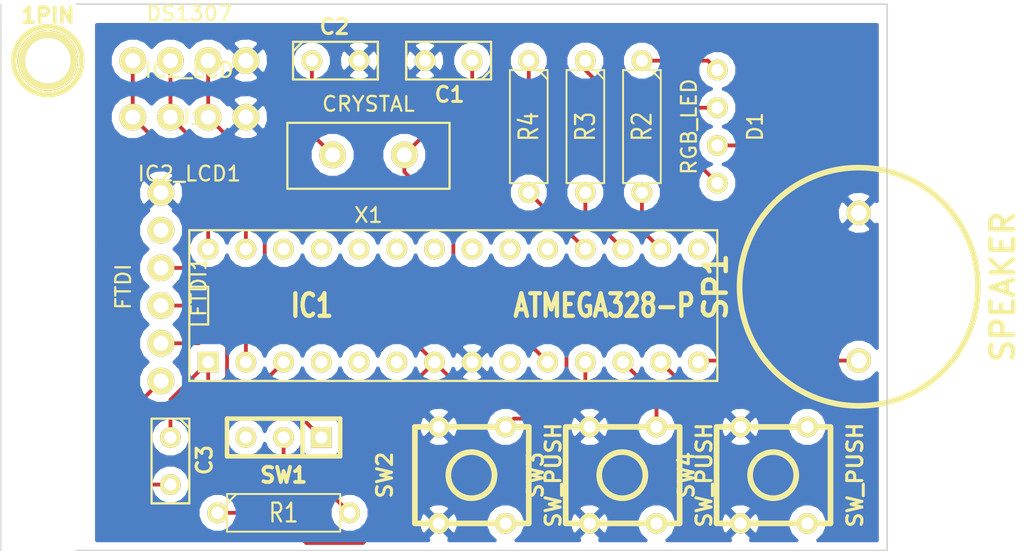
<source format=kicad_pcb>
(kicad_pcb (version 3) (host pcbnew "(2013-07-07 BZR 4022)-stable")

  (general
    (links 44)
    (no_connects 4)
    (area 111.709999 29.718 181.0512 67.360001)
    (thickness 1.6)
    (drawings 5)
    (tracks 93)
    (zones 0)
    (modules 19)
    (nets 22)
  )

  (page A3)
  (layers
    (15 F.Cu signal)
    (0 B.Cu signal hide)
    (16 B.Adhes user)
    (17 F.Adhes user)
    (18 B.Paste user)
    (19 F.Paste user)
    (20 B.SilkS user)
    (21 F.SilkS user)
    (22 B.Mask user)
    (23 F.Mask user)
    (24 Dwgs.User user)
    (25 Cmts.User user)
    (26 Eco1.User user)
    (27 Eco2.User user)
    (28 Edge.Cuts user)
  )

  (setup
    (last_trace_width 0.254)
    (trace_clearance 0.254)
    (zone_clearance 0.508)
    (zone_45_only no)
    (trace_min 0.254)
    (segment_width 0.4)
    (edge_width 0.1)
    (via_size 0.889)
    (via_drill 0.635)
    (via_min_size 0.889)
    (via_min_drill 0.508)
    (uvia_size 0.508)
    (uvia_drill 0.127)
    (uvias_allowed no)
    (uvia_min_size 0.508)
    (uvia_min_drill 0.127)
    (pcb_text_width 0.3)
    (pcb_text_size 1.5 1.5)
    (mod_edge_width 0.15)
    (mod_text_size 1 1)
    (mod_text_width 0.15)
    (pad_size 4.064 4.064)
    (pad_drill 3.048)
    (pad_to_mask_clearance 0)
    (aux_axis_origin 0 0)
    (visible_elements 7FFFFFFF)
    (pcbplotparams
      (layerselection 3178497)
      (usegerberextensions true)
      (excludeedgelayer true)
      (linewidth 0.150000)
      (plotframeref false)
      (viasonmask false)
      (mode 1)
      (useauxorigin false)
      (hpglpennumber 1)
      (hpglpenspeed 20)
      (hpglpendiameter 15)
      (hpglpenoverlay 2)
      (psnegative false)
      (psa4output false)
      (plotreference true)
      (plotvalue true)
      (plotothertext true)
      (plotinvisibletext false)
      (padsonsilk false)
      (subtractmaskfromsilk false)
      (outputformat 1)
      (mirror false)
      (drillshape 1)
      (scaleselection 1)
      (outputdirectory ""))
  )

  (net 0 "")
  (net 1 N-000001)
  (net 2 N-0000010)
  (net 3 N-0000011)
  (net 4 N-0000012)
  (net 5 N-0000013)
  (net 6 N-0000014)
  (net 7 N-0000015)
  (net 8 N-0000019)
  (net 9 N-000002)
  (net 10 N-0000021)
  (net 11 N-0000025)
  (net 12 N-0000026)
  (net 13 N-0000027)
  (net 14 N-000003)
  (net 15 N-0000035)
  (net 16 N-000004)
  (net 17 N-000005)
  (net 18 N-000006)
  (net 19 N-000007)
  (net 20 N-000008)
  (net 21 N-000009)

  (net_class Default "This is the default net class."
    (clearance 0.254)
    (trace_width 0.254)
    (via_dia 0.889)
    (via_drill 0.635)
    (uvia_dia 0.508)
    (uvia_drill 0.127)
    (add_net "")
    (add_net N-000001)
    (add_net N-0000010)
    (add_net N-0000011)
    (add_net N-0000012)
    (add_net N-0000013)
    (add_net N-0000014)
    (add_net N-0000015)
    (add_net N-0000019)
    (add_net N-000002)
    (add_net N-0000021)
    (add_net N-0000025)
    (add_net N-0000026)
    (add_net N-0000027)
    (add_net N-000003)
    (add_net N-0000035)
    (add_net N-000004)
    (add_net N-000005)
    (add_net N-000006)
    (add_net N-000007)
    (add_net N-000008)
    (add_net N-000009)
  )

  (module R3-5 (layer F.Cu) (tedit 3F979F9F) (tstamp 5390C0C5)
    (at 130.81 64.77)
    (path /538F459B)
    (fp_text reference R1 (at 0 0) (layer F.SilkS)
      (effects (font (size 1.27 1.016) (thickness 0.1524)))
    )
    (fp_text value 120 (at 0 0) (layer F.SilkS) hide
      (effects (font (size 1.27 1.016) (thickness 0.1524)))
    )
    (fp_line (start -3.81 -0.635) (end -3.81 1.27) (layer F.SilkS) (width 0.127))
    (fp_line (start -3.81 1.27) (end 3.81 1.27) (layer F.SilkS) (width 0.127))
    (fp_line (start 3.81 1.27) (end 3.81 -1.27) (layer F.SilkS) (width 0.127))
    (fp_line (start 3.81 -1.27) (end -3.81 -1.27) (layer F.SilkS) (width 0.127))
    (fp_line (start -3.81 -1.27) (end -3.81 -0.635) (layer F.SilkS) (width 0.127))
    (fp_line (start -4.445 0) (end -3.81 0) (layer F.SilkS) (width 0.127))
    (fp_line (start 3.81 0) (end 4.445 0) (layer F.SilkS) (width 0.127))
    (fp_line (start -3.81 -0.635) (end -3.175 -1.27) (layer F.SilkS) (width 0.127))
    (pad 1 thru_hole circle (at -4.445 0) (size 1.397 1.397) (drill 0.8128)
      (layers *.Cu *.Mask F.SilkS)
      (net 11 N-0000025)
    )
    (pad 2 thru_hole circle (at 4.445 0) (size 1.397 1.397) (drill 0.8128)
      (layers *.Cu *.Mask F.SilkS)
      (net 14 N-000003)
    )
    (model discret/resistor.wrl
      (at (xyz 0 0 0))
      (scale (xyz 0.35 0.35 0.3))
      (rotate (xyz 0 0 0))
    )
  )

  (module R3-5 (layer F.Cu) (tedit 3F979F9F) (tstamp 5390C0D3)
    (at 154.94 38.735 270)
    (path /538F768C)
    (fp_text reference R2 (at 0 0 270) (layer F.SilkS)
      (effects (font (size 1.27 1.016) (thickness 0.1524)))
    )
    (fp_text value 220 (at 0 0 270) (layer F.SilkS) hide
      (effects (font (size 1.27 1.016) (thickness 0.1524)))
    )
    (fp_line (start -3.81 -0.635) (end -3.81 1.27) (layer F.SilkS) (width 0.127))
    (fp_line (start -3.81 1.27) (end 3.81 1.27) (layer F.SilkS) (width 0.127))
    (fp_line (start 3.81 1.27) (end 3.81 -1.27) (layer F.SilkS) (width 0.127))
    (fp_line (start 3.81 -1.27) (end -3.81 -1.27) (layer F.SilkS) (width 0.127))
    (fp_line (start -3.81 -1.27) (end -3.81 -0.635) (layer F.SilkS) (width 0.127))
    (fp_line (start -4.445 0) (end -3.81 0) (layer F.SilkS) (width 0.127))
    (fp_line (start 3.81 0) (end 4.445 0) (layer F.SilkS) (width 0.127))
    (fp_line (start -3.81 -0.635) (end -3.175 -1.27) (layer F.SilkS) (width 0.127))
    (pad 1 thru_hole circle (at -4.445 0 270) (size 1.397 1.397) (drill 0.8128)
      (layers *.Cu *.Mask F.SilkS)
      (net 4 N-0000012)
    )
    (pad 2 thru_hole circle (at 4.445 0 270) (size 1.397 1.397) (drill 0.8128)
      (layers *.Cu *.Mask F.SilkS)
      (net 6 N-0000014)
    )
    (model discret/resistor.wrl
      (at (xyz 0 0 0))
      (scale (xyz 0.35 0.35 0.3))
      (rotate (xyz 0 0 0))
    )
  )

  (module R3-5 (layer F.Cu) (tedit 3F979F9F) (tstamp 5390C0E1)
    (at 151.13 38.735 270)
    (path /538F7686)
    (fp_text reference R3 (at 0 0 270) (layer F.SilkS)
      (effects (font (size 1.27 1.016) (thickness 0.1524)))
    )
    (fp_text value 220 (at 0 0 270) (layer F.SilkS) hide
      (effects (font (size 1.27 1.016) (thickness 0.1524)))
    )
    (fp_line (start -3.81 -0.635) (end -3.81 1.27) (layer F.SilkS) (width 0.127))
    (fp_line (start -3.81 1.27) (end 3.81 1.27) (layer F.SilkS) (width 0.127))
    (fp_line (start 3.81 1.27) (end 3.81 -1.27) (layer F.SilkS) (width 0.127))
    (fp_line (start 3.81 -1.27) (end -3.81 -1.27) (layer F.SilkS) (width 0.127))
    (fp_line (start -3.81 -1.27) (end -3.81 -0.635) (layer F.SilkS) (width 0.127))
    (fp_line (start -4.445 0) (end -3.81 0) (layer F.SilkS) (width 0.127))
    (fp_line (start 3.81 0) (end 4.445 0) (layer F.SilkS) (width 0.127))
    (fp_line (start -3.81 -0.635) (end -3.175 -1.27) (layer F.SilkS) (width 0.127))
    (pad 1 thru_hole circle (at -4.445 0 270) (size 1.397 1.397) (drill 0.8128)
      (layers *.Cu *.Mask F.SilkS)
      (net 5 N-0000013)
    )
    (pad 2 thru_hole circle (at 4.445 0 270) (size 1.397 1.397) (drill 0.8128)
      (layers *.Cu *.Mask F.SilkS)
      (net 7 N-0000015)
    )
    (model discret/resistor.wrl
      (at (xyz 0 0 0))
      (scale (xyz 0.35 0.35 0.3))
      (rotate (xyz 0 0 0))
    )
  )

  (module R3-5 (layer F.Cu) (tedit 3F979F9F) (tstamp 5390C0EF)
    (at 147.32 38.735 270)
    (path /538F7679)
    (fp_text reference R4 (at 0 0 270) (layer F.SilkS)
      (effects (font (size 1.27 1.016) (thickness 0.1524)))
    )
    (fp_text value 220 (at 0 0 270) (layer F.SilkS) hide
      (effects (font (size 1.27 1.016) (thickness 0.1524)))
    )
    (fp_line (start -3.81 -0.635) (end -3.81 1.27) (layer F.SilkS) (width 0.127))
    (fp_line (start -3.81 1.27) (end 3.81 1.27) (layer F.SilkS) (width 0.127))
    (fp_line (start 3.81 1.27) (end 3.81 -1.27) (layer F.SilkS) (width 0.127))
    (fp_line (start 3.81 -1.27) (end -3.81 -1.27) (layer F.SilkS) (width 0.127))
    (fp_line (start -3.81 -1.27) (end -3.81 -0.635) (layer F.SilkS) (width 0.127))
    (fp_line (start -4.445 0) (end -3.81 0) (layer F.SilkS) (width 0.127))
    (fp_line (start 3.81 0) (end 4.445 0) (layer F.SilkS) (width 0.127))
    (fp_line (start -3.81 -0.635) (end -3.175 -1.27) (layer F.SilkS) (width 0.127))
    (pad 1 thru_hole circle (at -4.445 0 270) (size 1.397 1.397) (drill 0.8128)
      (layers *.Cu *.Mask F.SilkS)
      (net 15 N-0000035)
    )
    (pad 2 thru_hole circle (at 4.445 0 270) (size 1.397 1.397) (drill 0.8128)
      (layers *.Cu *.Mask F.SilkS)
      (net 17 N-000005)
    )
    (model discret/resistor.wrl
      (at (xyz 0 0 0))
      (scale (xyz 0.35 0.35 0.3))
      (rotate (xyz 0 0 0))
    )
  )

  (module SW_PUSH_SMALL_OBR (layer F.Cu) (tedit 52F010CC) (tstamp 5391F532)
    (at 143.51 62.23 90)
    (path /538F56BB)
    (fp_text reference SW2 (at 0 -5.8928 90) (layer F.SilkS)
      (effects (font (size 1.016 1.016) (thickness 0.2032)))
    )
    (fp_text value SW_PUSH (at 0 5.461 90) (layer F.SilkS)
      (effects (font (size 1.016 1.016) (thickness 0.2032)))
    )
    (fp_circle (center 0 -0.0508) (end 1.2192 0.9144) (layer F.SilkS) (width 0.381))
    (fp_line (start -3.2512 3.81) (end 3.2512 3.81) (layer F.SilkS) (width 0.381))
    (fp_line (start -3.2512 -3.8608) (end 3.2512 -3.8608) (layer F.SilkS) (width 0.381))
    (fp_line (start -3.2512 -3.8608) (end -3.2512 3.81) (layer F.SilkS) (width 0.381))
    (fp_line (start 3.2512 -3.8608) (end 3.2512 3.81) (layer F.SilkS) (width 0.381))
    (pad 1 thru_hole circle (at 3.2512 -2.25044 90) (size 1.397 1.397) (drill 0.8128)
      (layers *.Cu *.Mask F.SilkS)
      (net 18 N-000006)
    )
    (pad 2 thru_hole circle (at 3.2512 2.25044 90) (size 1.397 1.397) (drill 0.8128)
      (layers *.Cu *.Mask F.SilkS)
      (net 21 N-000009)
    )
    (pad 1 thru_hole circle (at -3.2512 -2.25044 90) (size 1.397 1.397) (drill 0.8128)
      (layers *.Cu *.Mask F.SilkS)
      (net 18 N-000006)
    )
    (pad 2 thru_hole circle (at -3.2512 2.25044 90) (size 1.397 1.397) (drill 0.8128)
      (layers *.Cu *.Mask F.SilkS)
      (net 21 N-000009)
    )
  )

  (module SW_PUSH_SMALL_OBR (layer F.Cu) (tedit 52F010CC) (tstamp 5391F53F)
    (at 153.67 62.23 90)
    (path /538F6DDB)
    (fp_text reference SW3 (at 0 -5.8928 90) (layer F.SilkS)
      (effects (font (size 1.016 1.016) (thickness 0.2032)))
    )
    (fp_text value SW_PUSH (at 0 5.461 90) (layer F.SilkS)
      (effects (font (size 1.016 1.016) (thickness 0.2032)))
    )
    (fp_circle (center 0 -0.0508) (end 1.2192 0.9144) (layer F.SilkS) (width 0.381))
    (fp_line (start -3.2512 3.81) (end 3.2512 3.81) (layer F.SilkS) (width 0.381))
    (fp_line (start -3.2512 -3.8608) (end 3.2512 -3.8608) (layer F.SilkS) (width 0.381))
    (fp_line (start -3.2512 -3.8608) (end -3.2512 3.81) (layer F.SilkS) (width 0.381))
    (fp_line (start 3.2512 -3.8608) (end 3.2512 3.81) (layer F.SilkS) (width 0.381))
    (pad 1 thru_hole circle (at 3.2512 -2.25044 90) (size 1.397 1.397) (drill 0.8128)
      (layers *.Cu *.Mask F.SilkS)
      (net 18 N-000006)
    )
    (pad 2 thru_hole circle (at 3.2512 2.25044 90) (size 1.397 1.397) (drill 0.8128)
      (layers *.Cu *.Mask F.SilkS)
      (net 2 N-0000010)
    )
    (pad 1 thru_hole circle (at -3.2512 -2.25044 90) (size 1.397 1.397) (drill 0.8128)
      (layers *.Cu *.Mask F.SilkS)
      (net 18 N-000006)
    )
    (pad 2 thru_hole circle (at -3.2512 2.25044 90) (size 1.397 1.397) (drill 0.8128)
      (layers *.Cu *.Mask F.SilkS)
      (net 2 N-0000010)
    )
  )

  (module SW_PUSH_SMALL_OBR (layer F.Cu) (tedit 52F010CC) (tstamp 5391F54C)
    (at 163.83 62.23 90)
    (path /538F6DE1)
    (fp_text reference SW4 (at 0 -5.8928 90) (layer F.SilkS)
      (effects (font (size 1.016 1.016) (thickness 0.2032)))
    )
    (fp_text value SW_PUSH (at 0 5.461 90) (layer F.SilkS)
      (effects (font (size 1.016 1.016) (thickness 0.2032)))
    )
    (fp_circle (center 0 -0.0508) (end 1.2192 0.9144) (layer F.SilkS) (width 0.381))
    (fp_line (start -3.2512 3.81) (end 3.2512 3.81) (layer F.SilkS) (width 0.381))
    (fp_line (start -3.2512 -3.8608) (end 3.2512 -3.8608) (layer F.SilkS) (width 0.381))
    (fp_line (start -3.2512 -3.8608) (end -3.2512 3.81) (layer F.SilkS) (width 0.381))
    (fp_line (start 3.2512 -3.8608) (end 3.2512 3.81) (layer F.SilkS) (width 0.381))
    (pad 1 thru_hole circle (at 3.2512 -2.25044 90) (size 1.397 1.397) (drill 0.8128)
      (layers *.Cu *.Mask F.SilkS)
      (net 18 N-000006)
    )
    (pad 2 thru_hole circle (at 3.2512 2.25044 90) (size 1.397 1.397) (drill 0.8128)
      (layers *.Cu *.Mask F.SilkS)
      (net 3 N-0000011)
    )
    (pad 1 thru_hole circle (at -3.2512 -2.25044 90) (size 1.397 1.397) (drill 0.8128)
      (layers *.Cu *.Mask F.SilkS)
      (net 18 N-000006)
    )
    (pad 2 thru_hole circle (at -3.2512 2.25044 90) (size 1.397 1.397) (drill 0.8128)
      (layers *.Cu *.Mask F.SilkS)
      (net 3 N-0000011)
    )
  )

  (module Piezo_buzz_TH (layer F.Cu) (tedit 5391EE6F) (tstamp 5391F553)
    (at 169.545 49.53 270)
    (path /538F4DBC)
    (fp_text reference SP1 (at 0 9.652 270) (layer F.SilkS)
      (effects (font (size 1.524 1.524) (thickness 0.3048)))
    )
    (fp_text value SPEAKER (at 0 -9.7028 270) (layer F.SilkS)
      (effects (font (size 1.524 1.524) (thickness 0.3048)))
    )
    (fp_circle (center 0 0) (end 8.0264 0.1524) (layer F.SilkS) (width 0.381))
    (pad 1 thru_hole circle (at -4.9784 0 270) (size 1.651 1.651) (drill 1.04902)
      (layers *.Cu *.Mask F.SilkS)
      (net 18 N-000006)
    )
    (pad 2 thru_hole circle (at 4.9784 0 270) (size 1.651 1.651) (drill 1.04902)
      (layers *.Cu *.Mask F.SilkS)
      (net 16 N-000004)
    )
  )

  (module MICROSWITCH_SPST (layer F.Cu) (tedit 48075FE7) (tstamp 5391F55F)
    (at 130.81 59.69 180)
    (descr "Connecteur 3 pins")
    (tags "CONN DEV")
    (path /538E1EB6)
    (fp_text reference SW1 (at 0 -2.54 180) (layer F.SilkS)
      (effects (font (size 1.016 1.016) (thickness 0.254)))
    )
    (fp_text value SWITCH_INV (at 0 -2.54 180) (layer F.SilkS) hide
      (effects (font (size 1.016 1.016) (thickness 0.254)))
    )
    (fp_line (start -3.81 1.27) (end -3.81 -1.27) (layer F.SilkS) (width 0.3048))
    (fp_line (start -3.81 -1.27) (end 3.81 -1.27) (layer F.SilkS) (width 0.3048))
    (fp_line (start 3.81 -1.27) (end 3.81 1.27) (layer F.SilkS) (width 0.3048))
    (fp_line (start 3.81 1.27) (end -3.81 1.27) (layer F.SilkS) (width 0.3048))
    (fp_line (start -1.27 -1.27) (end -1.27 1.27) (layer F.SilkS) (width 0.3048))
    (pad 1 thru_hole rect (at -2.54 0 180) (size 1.397 1.397) (drill 0.8128)
      (layers *.Cu *.Mask F.SilkS)
      (net 8 N-0000019)
    )
    (pad 2 thru_hole circle (at 0 0 180) (size 1.397 1.397) (drill 0.8128)
      (layers *.Cu *.Mask F.SilkS)
      (net 14 N-000003)
    )
    (pad 3 thru_hole circle (at 2.54 0 180) (size 1.397 1.397) (drill 0.8128)
      (layers *.Cu *.Mask F.SilkS)
    )
    (model device/switch_slide_straight_terminal.wrl
      (at (xyz 0 0 0))
      (scale (xyz 0.33 0.33 0.33))
      (rotate (xyz 0 0 0))
    )
  )

  (module DIP-28_Socket (layer F.Cu) (tedit 5391DFF6) (tstamp 5391F586)
    (at 142.24 50.8)
    (descr "28 pins DIL package, round pads, width 300mil")
    (tags DIL)
    (path /538CF114)
    (fp_text reference IC1 (at -9.525 0) (layer F.SilkS)
      (effects (font (size 1.524 1.143) (thickness 0.3048)))
    )
    (fp_text value ATMEGA328-P (at 10.16 0) (layer F.SilkS)
      (effects (font (size 1.524 1.143) (thickness 0.28575)))
    )
    (fp_line (start 17.78 5.08) (end -17.78 5.08) (layer F.SilkS) (width 0.15))
    (fp_line (start -17.78 -5.08) (end 17.78 -5.08) (layer F.SilkS) (width 0.15))
    (fp_line (start 17.78 -5.08) (end 17.78 5.08) (layer F.SilkS) (width 0.15))
    (fp_line (start -16.51 -1.27) (end -16.51 1.27) (layer F.SilkS) (width 0.15))
    (fp_line (start -16.51 1.27) (end -17.78 1.27) (layer F.SilkS) (width 0.15))
    (fp_line (start -17.78 -1.27) (end -16.51 -1.27) (layer F.SilkS) (width 0.15))
    (fp_line (start -17.78 -5.08) (end -17.78 5.08) (layer F.SilkS) (width 0.15))
    (pad 2 thru_hole circle (at -13.97 3.81) (size 1.397 1.397) (drill 0.8128)
      (layers *.Cu *.Mask F.SilkS)
      (net 10 N-0000021)
    )
    (pad 3 thru_hole circle (at -11.43 3.81) (size 1.397 1.397) (drill 0.8128)
      (layers *.Cu *.Mask F.SilkS)
      (net 1 N-000001)
    )
    (pad 4 thru_hole circle (at -8.89 3.81) (size 1.397 1.397) (drill 0.8128)
      (layers *.Cu *.Mask F.SilkS)
    )
    (pad 5 thru_hole circle (at -6.35 3.81) (size 1.397 1.397) (drill 0.8128)
      (layers *.Cu *.Mask F.SilkS)
    )
    (pad 6 thru_hole circle (at -3.81 3.81) (size 1.397 1.397) (drill 0.8128)
      (layers *.Cu *.Mask F.SilkS)
    )
    (pad 7 thru_hole circle (at -1.27 3.81) (size 1.397 1.397) (drill 0.8128)
      (layers *.Cu *.Mask F.SilkS)
      (net 11 N-0000025)
    )
    (pad 8 thru_hole circle (at 1.27 3.81) (size 1.397 1.397) (drill 0.8128)
      (layers *.Cu *.Mask F.SilkS)
      (net 18 N-000006)
    )
    (pad 9 thru_hole circle (at 3.81 3.81) (size 1.397 1.397) (drill 0.8128)
      (layers *.Cu *.Mask F.SilkS)
      (net 12 N-0000026)
    )
    (pad 10 thru_hole circle (at 6.35 3.81) (size 1.397 1.397) (drill 0.8128)
      (layers *.Cu *.Mask F.SilkS)
      (net 13 N-0000027)
    )
    (pad 11 thru_hole circle (at 8.89 3.81) (size 1.397 1.397) (drill 0.8128)
      (layers *.Cu *.Mask F.SilkS)
      (net 21 N-000009)
    )
    (pad 12 thru_hole circle (at 11.43 3.81) (size 1.397 1.397) (drill 0.8128)
      (layers *.Cu *.Mask F.SilkS)
      (net 2 N-0000010)
    )
    (pad 13 thru_hole circle (at 13.97 3.81) (size 1.397 1.397) (drill 0.8128)
      (layers *.Cu *.Mask F.SilkS)
      (net 3 N-0000011)
    )
    (pad 14 thru_hole circle (at 16.51 3.81) (size 1.397 1.397) (drill 0.8128)
      (layers *.Cu *.Mask F.SilkS)
      (net 16 N-000004)
    )
    (pad 1 thru_hole rect (at -16.51 3.81) (size 1.397 1.397) (drill 0.8128)
      (layers *.Cu *.Mask F.SilkS)
      (net 8 N-0000019)
    )
    (pad 15 thru_hole circle (at 16.51 -3.81) (size 1.397 1.397) (drill 0.8128)
      (layers *.Cu *.Mask F.SilkS)
    )
    (pad 16 thru_hole circle (at 13.97 -3.81) (size 1.397 1.397) (drill 0.8128)
      (layers *.Cu *.Mask F.SilkS)
      (net 6 N-0000014)
    )
    (pad 17 thru_hole circle (at 11.43 -3.81) (size 1.397 1.397) (drill 0.8128)
      (layers *.Cu *.Mask F.SilkS)
      (net 7 N-0000015)
    )
    (pad 18 thru_hole circle (at 8.89 -3.81) (size 1.397 1.397) (drill 0.8128)
      (layers *.Cu *.Mask F.SilkS)
      (net 17 N-000005)
    )
    (pad 19 thru_hole circle (at 6.35 -3.81) (size 1.397 1.397) (drill 0.8128)
      (layers *.Cu *.Mask F.SilkS)
    )
    (pad 20 thru_hole circle (at 3.81 -3.81) (size 1.397 1.397) (drill 0.8128)
      (layers *.Cu *.Mask F.SilkS)
    )
    (pad 21 thru_hole circle (at 1.27 -3.81) (size 1.397 1.397) (drill 0.8128)
      (layers *.Cu *.Mask F.SilkS)
    )
    (pad 22 thru_hole circle (at -1.27 -3.81) (size 1.397 1.397) (drill 0.8128)
      (layers *.Cu *.Mask F.SilkS)
    )
    (pad 23 thru_hole circle (at -3.81 -3.81) (size 1.397 1.397) (drill 0.8128)
      (layers *.Cu *.Mask F.SilkS)
    )
    (pad 24 thru_hole circle (at -6.35 -3.81) (size 1.397 1.397) (drill 0.8128)
      (layers *.Cu *.Mask F.SilkS)
    )
    (pad 25 thru_hole circle (at -8.89 -3.81) (size 1.397 1.397) (drill 0.8128)
      (layers *.Cu *.Mask F.SilkS)
    )
    (pad 26 thru_hole circle (at -11.43 -3.81) (size 1.397 1.397) (drill 0.8128)
      (layers *.Cu *.Mask F.SilkS)
    )
    (pad 27 thru_hole circle (at -13.97 -3.81) (size 1.397 1.397) (drill 0.8128)
      (layers *.Cu *.Mask F.SilkS)
      (net 20 N-000008)
    )
    (pad 28 thru_hole circle (at -16.51 -3.81) (size 1.397 1.397) (drill 0.8128)
      (layers *.Cu *.Mask F.SilkS)
      (net 9 N-000002)
    )
    (model dil/dil_28-w300.wrl
      (at (xyz 0 0 0))
      (scale (xyz 1 1 1))
      (rotate (xyz 0 0 0))
    )
  )

  (module C_3mm (layer F.Cu) (tedit 5391E4B5) (tstamp 5391E56A)
    (at 142.24 34.29 180)
    (descr "Condensateur e = 1 pas")
    (tags C)
    (path /538F385D)
    (fp_text reference C1 (at 0.254 -2.286 180) (layer F.SilkS)
      (effects (font (size 1.016 1.016) (thickness 0.2032)))
    )
    (fp_text value 10 (at 0 -2.286 180) (layer F.SilkS) hide
      (effects (font (size 1.016 1.016) (thickness 0.2032)))
    )
    (fp_line (start 3.175 1.27) (end -2.54 1.27) (layer F.SilkS) (width 0.15))
    (fp_line (start 3.175 -1.27) (end 3.175 1.27) (layer F.SilkS) (width 0.15))
    (fp_line (start 3.175 1.27) (end 3.175 -1.27) (layer F.SilkS) (width 0.15))
    (fp_line (start 3.175 -1.27) (end -2.54 -1.27) (layer F.SilkS) (width 0.15))
    (fp_line (start -2.54 1.27) (end -2.54 -1.27) (layer F.SilkS) (width 0.15))
    (fp_line (start -2.54 -0.635) (end -1.905 -1.27) (layer F.SilkS) (width 0.15))
    (pad 1 thru_hole circle (at -1.27 0 180) (size 1.397 1.397) (drill 0.8128)
      (layers *.Cu *.Mask F.SilkS)
      (net 13 N-0000027)
    )
    (pad 2 thru_hole circle (at 1.905 0 180) (size 1.397 1.397) (drill 0.8128)
      (layers *.Cu *.Mask F.SilkS)
      (net 18 N-000006)
    )
    (model discret/capa_1_pas.wrl
      (at (xyz 0 0 0))
      (scale (xyz 1 1 1))
      (rotate (xyz 0 0 0))
    )
  )

  (module C_3mm (layer F.Cu) (tedit 5391E4B5) (tstamp 5391E576)
    (at 133.985 34.29)
    (descr "Condensateur e = 1 pas")
    (tags C)
    (path /538F3D46)
    (fp_text reference C2 (at 0.254 -2.286) (layer F.SilkS)
      (effects (font (size 1.016 1.016) (thickness 0.2032)))
    )
    (fp_text value 10 (at 0 -2.286) (layer F.SilkS) hide
      (effects (font (size 1.016 1.016) (thickness 0.2032)))
    )
    (fp_line (start 3.175 1.27) (end -2.54 1.27) (layer F.SilkS) (width 0.15))
    (fp_line (start 3.175 -1.27) (end 3.175 1.27) (layer F.SilkS) (width 0.15))
    (fp_line (start 3.175 1.27) (end 3.175 -1.27) (layer F.SilkS) (width 0.15))
    (fp_line (start 3.175 -1.27) (end -2.54 -1.27) (layer F.SilkS) (width 0.15))
    (fp_line (start -2.54 1.27) (end -2.54 -1.27) (layer F.SilkS) (width 0.15))
    (fp_line (start -2.54 -0.635) (end -1.905 -1.27) (layer F.SilkS) (width 0.15))
    (pad 1 thru_hole circle (at -1.27 0) (size 1.397 1.397) (drill 0.8128)
      (layers *.Cu *.Mask F.SilkS)
      (net 12 N-0000026)
    )
    (pad 2 thru_hole circle (at 1.905 0) (size 1.397 1.397) (drill 0.8128)
      (layers *.Cu *.Mask F.SilkS)
      (net 18 N-000006)
    )
    (model discret/capa_1_pas.wrl
      (at (xyz 0 0 0))
      (scale (xyz 1 1 1))
      (rotate (xyz 0 0 0))
    )
  )

  (module C_3mm (layer F.Cu) (tedit 5391E4B5) (tstamp 5391E608)
    (at 123.19 60.96 270)
    (descr "Condensateur e = 1 pas")
    (tags C)
    (path /538E1697)
    (fp_text reference C3 (at 0.254 -2.286 270) (layer F.SilkS)
      (effects (font (size 1.016 1.016) (thickness 0.2032)))
    )
    (fp_text value 10 (at 0 -2.286 270) (layer F.SilkS) hide
      (effects (font (size 1.016 1.016) (thickness 0.2032)))
    )
    (fp_line (start 3.175 1.27) (end -2.54 1.27) (layer F.SilkS) (width 0.15))
    (fp_line (start 3.175 -1.27) (end 3.175 1.27) (layer F.SilkS) (width 0.15))
    (fp_line (start 3.175 1.27) (end 3.175 -1.27) (layer F.SilkS) (width 0.15))
    (fp_line (start 3.175 -1.27) (end -2.54 -1.27) (layer F.SilkS) (width 0.15))
    (fp_line (start -2.54 1.27) (end -2.54 -1.27) (layer F.SilkS) (width 0.15))
    (fp_line (start -2.54 -0.635) (end -1.905 -1.27) (layer F.SilkS) (width 0.15))
    (pad 1 thru_hole circle (at -1.27 0 270) (size 1.397 1.397) (drill 0.8128)
      (layers *.Cu *.Mask F.SilkS)
      (net 8 N-0000019)
    )
    (pad 2 thru_hole circle (at 1.905 0 270) (size 1.397 1.397) (drill 0.8128)
      (layers *.Cu *.Mask F.SilkS)
      (net 19 N-000007)
    )
    (model discret/capa_1_pas.wrl
      (at (xyz 0 0 0))
      (scale (xyz 1 1 1))
      (rotate (xyz 0 0 0))
    )
  )

  (module FTDI_Board (layer F.Cu) (tedit 5391F2E5) (tstamp 5391F3C6)
    (at 122.555 49.53 270)
    (path /538E15FA)
    (fp_text reference FTDI1 (at 0 -2.54 270) (layer F.SilkS)
      (effects (font (size 1 1) (thickness 0.15)))
    )
    (fp_text value FTDI (at 0 2.54 270) (layer F.SilkS)
      (effects (font (size 1 1) (thickness 0.15)))
    )
    (pad 1 thru_hole circle (at -6.35 0 270) (size 1.8 1.8) (drill 1)
      (layers *.Cu *.Mask F.SilkS)
      (net 18 N-000006)
    )
    (pad 2 thru_hole circle (at -3.81 0 270) (size 1.8 1.8) (drill 1)
      (layers *.Cu *.Mask F.SilkS)
    )
    (pad 3 thru_hole circle (at -1.27 0 270) (size 1.8 1.8) (drill 1)
      (layers *.Cu *.Mask F.SilkS)
      (net 11 N-0000025)
    )
    (pad 4 thru_hole circle (at 1.27 0 270) (size 1.8 1.8) (drill 1)
      (layers *.Cu *.Mask F.SilkS)
      (net 10 N-0000021)
    )
    (pad 5 thru_hole circle (at 3.81 0 270) (size 1.8 1.8) (drill 1)
      (layers *.Cu *.Mask F.SilkS)
      (net 1 N-000001)
    )
    (pad 6 thru_hole circle (at 6.35 0 270) (size 1.8 1.8) (drill 1)
      (layers *.Cu *.Mask F.SilkS)
      (net 19 N-000007)
    )
  )

  (module IC2_LED (layer F.Cu) (tedit 5391F513) (tstamp 5391F560)
    (at 124.46 38.1 180)
    (path /538E1DED)
    (fp_text reference IC2_LCD1 (at 0 -3.81 180) (layer F.SilkS)
      (effects (font (size 1 1) (thickness 0.15)))
    )
    (fp_text value IC2_LCD (at 0 3.175 180) (layer F.SilkS)
      (effects (font (size 1 1) (thickness 0.15)))
    )
    (pad 1 thru_hole circle (at -3.81 0 180) (size 1.8 1.8) (drill 1)
      (layers *.Cu *.Mask F.SilkS)
      (net 18 N-000006)
    )
    (pad 2 thru_hole circle (at -1.27 0 180) (size 1.8 1.8) (drill 1)
      (layers *.Cu *.Mask F.SilkS)
      (net 11 N-0000025)
    )
    (pad 3 thru_hole circle (at 1.27 0 180) (size 1.8 1.8) (drill 1)
      (layers *.Cu *.Mask F.SilkS)
      (net 20 N-000008)
    )
    (pad 4 thru_hole circle (at 3.81 0 180) (size 1.8 1.8) (drill 1)
      (layers *.Cu *.Mask F.SilkS)
      (net 9 N-000002)
    )
  )

  (module CRYSTAL_A_S (layer F.Cu) (tedit 5391F893) (tstamp 5391F8C1)
    (at 136.525 40.64 180)
    (path /538F384E)
    (fp_text reference X1 (at 0 -4.064 180) (layer F.SilkS)
      (effects (font (size 1 1) (thickness 0.15)))
    )
    (fp_text value CRYSTAL (at 0 3.429 180) (layer F.SilkS)
      (effects (font (size 1 1) (thickness 0.15)))
    )
    (fp_line (start 5.461 2.159) (end -5.461 2.159) (layer F.SilkS) (width 0.15))
    (fp_line (start -5.461 2.159) (end -5.461 -2.286) (layer F.SilkS) (width 0.15))
    (fp_line (start -5.461 -2.286) (end 5.461 -2.286) (layer F.SilkS) (width 0.15))
    (fp_line (start 5.461 -2.286) (end 5.461 2.159) (layer F.SilkS) (width 0.15))
    (pad 1 thru_hole circle (at -2.413 0 180) (size 1.8 1.8) (drill 1)
      (layers *.Cu *.Mask F.SilkS)
      (net 13 N-0000027)
    )
    (pad 2 thru_hole circle (at 2.413 0 180) (size 1.8 1.8) (drill 1)
      (layers *.Cu *.Mask F.SilkS)
      (net 12 N-0000026)
    )
  )

  (module IC2_DS1307 (layer F.Cu) (tedit 5391F593) (tstamp 53933F32)
    (at 124.46 34.29 180)
    (path /538F3732)
    (fp_text reference U1 (at 0 -3.81 180) (layer F.SilkS)
      (effects (font (size 1 1) (thickness 0.15)))
    )
    (fp_text value DS1307 (at 0 3.175 180) (layer F.SilkS)
      (effects (font (size 1 1) (thickness 0.15)))
    )
    (pad 1 thru_hole circle (at -3.81 0 180) (size 1.8 1.8) (drill 1)
      (layers *.Cu *.Mask F.SilkS)
      (net 18 N-000006)
    )
    (pad 2 thru_hole circle (at -1.27 0 180) (size 1.8 1.8) (drill 1)
      (layers *.Cu *.Mask F.SilkS)
      (net 11 N-0000025)
    )
    (pad 3 thru_hole circle (at 1.27 0 180) (size 1.8 1.8) (drill 1)
      (layers *.Cu *.Mask F.SilkS)
      (net 20 N-000008)
    )
    (pad 4 thru_hole circle (at 3.81 0 180) (size 1.8 1.8) (drill 1)
      (layers *.Cu *.Mask F.SilkS)
      (net 9 N-000002)
    )
  )

  (module RGB_LED_Anode (layer F.Cu) (tedit 5391E867) (tstamp 53966A89)
    (at 160.02 38.735 270)
    (path /538F744F)
    (fp_text reference D1 (at 0 -2.54 270) (layer F.SilkS)
      (effects (font (size 1 1) (thickness 0.15)))
    )
    (fp_text value RGB_LED (at 0 1.905 270) (layer F.SilkS)
      (effects (font (size 1 1) (thickness 0.15)))
    )
    (pad 1 thru_hole circle (at -3.81 0 270) (size 1.397 1.397) (drill 0.8128)
      (layers *.Cu *.Mask F.SilkS)
      (net 4 N-0000012)
    )
    (pad 2 thru_hole circle (at -1.27 0 270) (size 1.397 1.397) (drill 0.8128)
      (layers *.Cu *.Mask F.SilkS)
      (net 5 N-0000013)
    )
    (pad 3 thru_hole circle (at 1.27 0 270) (size 1.397 1.397) (drill 0.8128)
      (layers *.Cu *.Mask F.SilkS)
      (net 11 N-0000025)
    )
    (pad 4 thru_hole circle (at 3.81 0 270) (size 1.397 1.397) (drill 0.8128)
      (layers *.Cu *.Mask F.SilkS)
      (net 15 N-0000035)
    )
  )

  (module 1pin (layer F.Cu) (tedit 200000) (tstamp 53966A20)
    (at 114.935 34.29)
    (descr "module 1 pin (ou trou mecanique de percage)")
    (tags DEV)
    (path 1pin)
    (fp_text reference 1PIN (at 0 -3.048) (layer F.SilkS)
      (effects (font (size 1.016 1.016) (thickness 0.254)))
    )
    (fp_text value P*** (at 0 2.794) (layer F.SilkS) hide
      (effects (font (size 1.016 1.016) (thickness 0.254)))
    )
    (fp_circle (center 0 0) (end 0 -2.286) (layer F.SilkS) (width 0.381))
    (pad 1 thru_hole circle (at 0 0) (size 4.064 4.064) (drill 3.048)
      (layers *.Cu *.Mask F.SilkS)
    )
  )

  (gr_line (start 116.84 30.48) (end 118.11 30.48) (angle 90) (layer Edge.Cuts) (width 0.1))
  (gr_line (start 111.76 67.31) (end 111.76 30.48) (angle 90) (layer Edge.Cuts) (width 0.1))
  (gr_line (start 171.45 67.31) (end 116.84 67.31) (angle 90) (layer Edge.Cuts) (width 0.1))
  (gr_line (start 171.45 30.48) (end 171.45 67.31) (angle 90) (layer Edge.Cuts) (width 0.1))
  (gr_line (start 118.11 30.48) (end 171.45 30.48) (angle 90) (layer Edge.Cuts) (width 0.1))

  (segment (start 122.555 53.34) (end 125.095 53.34) (width 0.254) (layer F.Cu) (net 1))
  (segment (start 128.905 56.515) (end 130.81 54.61) (width 0.254) (layer F.Cu) (net 1) (tstamp 539668F4))
  (segment (start 127.635 56.515) (end 128.905 56.515) (width 0.254) (layer F.Cu) (net 1) (tstamp 539668F3))
  (segment (start 127 55.88) (end 127.635 56.515) (width 0.254) (layer F.Cu) (net 1) (tstamp 539668F2))
  (segment (start 127 53.34) (end 127 55.88) (width 0.254) (layer F.Cu) (net 1) (tstamp 539668F1))
  (segment (start 126.365 52.705) (end 127 53.34) (width 0.254) (layer F.Cu) (net 1) (tstamp 539668F0))
  (segment (start 125.73 52.705) (end 126.365 52.705) (width 0.254) (layer F.Cu) (net 1) (tstamp 539668EF))
  (segment (start 125.095 53.34) (end 125.73 52.705) (width 0.254) (layer F.Cu) (net 1) (tstamp 539668EE))
  (segment (start 155.92044 56.86044) (end 153.67 54.61) (width 0.254) (layer F.Cu) (net 2) (tstamp 53944887))
  (segment (start 155.92044 58.9788) (end 155.92044 56.86044) (width 0.254) (layer F.Cu) (net 2))
  (segment (start 164.3888 58.9788) (end 162.56 57.15) (width 0.254) (layer F.Cu) (net 3) (tstamp 5394487E))
  (segment (start 162.56 57.15) (end 158.75 57.15) (width 0.254) (layer F.Cu) (net 3) (tstamp 53944881))
  (segment (start 158.75 57.15) (end 156.21 54.61) (width 0.254) (layer F.Cu) (net 3) (tstamp 53944883))
  (segment (start 166.08044 58.9788) (end 164.3888 58.9788) (width 0.254) (layer F.Cu) (net 3))
  (segment (start 154.94 34.29) (end 159.385 34.29) (width 0.254) (layer F.Cu) (net 4))
  (segment (start 159.385 34.29) (end 160.02 34.925) (width 0.254) (layer F.Cu) (net 4) (tstamp 539669D7))
  (segment (start 151.13 34.29) (end 151.13 34.925) (width 0.254) (layer F.Cu) (net 5))
  (segment (start 153.67 37.465) (end 160.02 37.465) (width 0.254) (layer F.Cu) (net 5) (tstamp 539669D3))
  (segment (start 151.13 34.925) (end 153.67 37.465) (width 0.254) (layer F.Cu) (net 5) (tstamp 539669D2))
  (segment (start 154.94 43.18) (end 154.94 45.72) (width 0.254) (layer F.Cu) (net 6))
  (segment (start 154.94 45.72) (end 156.21 46.99) (width 0.254) (layer F.Cu) (net 6) (tstamp 539669B4))
  (segment (start 151.13 43.18) (end 151.13 44.45) (width 0.254) (layer F.Cu) (net 7))
  (segment (start 151.13 44.45) (end 153.67 46.99) (width 0.254) (layer F.Cu) (net 7) (tstamp 539669B0))
  (segment (start 123.19 57.15) (end 125.73 54.61) (width 0.254) (layer F.Cu) (net 8) (tstamp 53944628))
  (segment (start 123.19 59.69) (end 123.19 57.15) (width 0.254) (layer F.Cu) (net 8))
  (segment (start 125.73 57.15) (end 127 58.42) (width 0.254) (layer F.Cu) (net 8) (tstamp 539447B5))
  (segment (start 127 58.42) (end 132.08 58.42) (width 0.254) (layer F.Cu) (net 8) (tstamp 539447B7))
  (segment (start 132.08 58.42) (end 133.35 59.69) (width 0.254) (layer F.Cu) (net 8) (tstamp 539447BA))
  (segment (start 125.73 54.61) (end 125.73 57.15) (width 0.254) (layer F.Cu) (net 8))
  (segment (start 120.65 34.29) (end 120.65 38.1) (width 0.254) (layer F.Cu) (net 9))
  (segment (start 120.65 38.1) (end 123.19 40.64) (width 0.254) (layer F.Cu) (net 9))
  (segment (start 125.73 41.91) (end 125.73 46.99) (width 0.254) (layer F.Cu) (net 9) (tstamp 5396691C))
  (segment (start 124.46 40.64) (end 125.73 41.91) (width 0.254) (layer F.Cu) (net 9) (tstamp 5396691B))
  (segment (start 123.19 40.64) (end 124.46 40.64) (width 0.254) (layer F.Cu) (net 9) (tstamp 5396691A))
  (segment (start 122.555 50.8) (end 126.365 50.8) (width 0.254) (layer F.Cu) (net 10))
  (segment (start 128.27 52.705) (end 128.27 54.61) (width 0.254) (layer F.Cu) (net 10) (tstamp 539668E9))
  (segment (start 126.365 50.8) (end 128.27 52.705) (width 0.254) (layer F.Cu) (net 10) (tstamp 539668E7))
  (segment (start 160.02 40.005) (end 161.925 40.005) (width 0.254) (layer F.Cu) (net 11))
  (segment (start 142.875 56.515) (end 140.97 54.61) (width 0.254) (layer F.Cu) (net 11) (tstamp 539669EA))
  (segment (start 148.59 56.515) (end 142.875 56.515) (width 0.254) (layer F.Cu) (net 11) (tstamp 539669E8))
  (segment (start 149.86 55.245) (end 148.59 56.515) (width 0.254) (layer F.Cu) (net 11) (tstamp 539669E6))
  (segment (start 149.86 53.975) (end 149.86 55.245) (width 0.254) (layer F.Cu) (net 11) (tstamp 539669E4))
  (segment (start 151.13 52.705) (end 149.86 53.975) (width 0.254) (layer F.Cu) (net 11) (tstamp 539669E2))
  (segment (start 160.02 52.705) (end 151.13 52.705) (width 0.254) (layer F.Cu) (net 11) (tstamp 539669E0))
  (segment (start 163.83 48.895) (end 160.02 52.705) (width 0.254) (layer F.Cu) (net 11) (tstamp 539669DE))
  (segment (start 163.83 41.91) (end 163.83 48.895) (width 0.254) (layer F.Cu) (net 11) (tstamp 539669DC))
  (segment (start 161.925 40.005) (end 163.83 41.91) (width 0.254) (layer F.Cu) (net 11) (tstamp 539669DA))
  (segment (start 125.73 34.29) (end 125.73 38.1) (width 0.254) (layer F.Cu) (net 11))
  (segment (start 125.73 38.1) (end 129.54 41.91) (width 0.254) (layer F.Cu) (net 11) (tstamp 53966926))
  (segment (start 129.54 41.91) (end 129.54 48.895) (width 0.254) (layer F.Cu) (net 11) (tstamp 53966927))
  (segment (start 129.54 48.895) (end 131.445 50.8) (width 0.254) (layer F.Cu) (net 11) (tstamp 53966929))
  (segment (start 122.555 48.26) (end 125.095 48.26) (width 0.254) (layer F.Cu) (net 11))
  (segment (start 127.635 50.8) (end 131.445 50.8) (width 0.254) (layer F.Cu) (net 11) (tstamp 539668E2))
  (segment (start 131.445 50.8) (end 133.35 50.8) (width 0.254) (layer F.Cu) (net 11) (tstamp 5396692D))
  (segment (start 125.095 48.26) (end 127.635 50.8) (width 0.254) (layer F.Cu) (net 11) (tstamp 539668E1))
  (segment (start 126.365 64.77) (end 130.302 64.77) (width 0.254) (layer F.Cu) (net 11))
  (segment (start 138.176 57.404) (end 140.97 54.61) (width 0.254) (layer F.Cu) (net 11) (tstamp 539609CE))
  (segment (start 138.176 64.77) (end 138.176 57.404) (width 0.254) (layer F.Cu) (net 11) (tstamp 539609CC))
  (segment (start 136.144 66.802) (end 138.176 64.77) (width 0.254) (layer F.Cu) (net 11) (tstamp 539609CA))
  (segment (start 132.334 66.802) (end 136.144 66.802) (width 0.254) (layer F.Cu) (net 11) (tstamp 539609C8))
  (segment (start 130.302 64.77) (end 132.334 66.802) (width 0.254) (layer F.Cu) (net 11) (tstamp 539609C5))
  (segment (start 137.16 50.8) (end 140.97 54.61) (width 0.254) (layer F.Cu) (net 11) (tstamp 539445F9))
  (segment (start 133.35 50.8) (end 137.16 50.8) (width 0.254) (layer F.Cu) (net 11) (tstamp 539445F7))
  (segment (start 132.715 34.29) (end 132.715 39.243) (width 0.254) (layer F.Cu) (net 12))
  (segment (start 132.715 39.243) (end 134.112 40.64) (width 0.254) (layer F.Cu) (net 12) (tstamp 53966A63))
  (segment (start 143.51 34.29) (end 143.51 36.068) (width 0.254) (layer F.Cu) (net 13))
  (segment (start 143.51 36.068) (end 138.938 40.64) (width 0.254) (layer F.Cu) (net 13) (tstamp 53966965))
  (segment (start 138.938 40.64) (end 138.938 41.783) (width 0.254) (layer F.Cu) (net 13) (tstamp 53966967))
  (segment (start 138.938 41.783) (end 142.24 45.085) (width 0.254) (layer F.Cu) (net 13) (tstamp 53966968))
  (segment (start 142.24 45.085) (end 142.24 48.26) (width 0.254) (layer F.Cu) (net 13) (tstamp 5396696A))
  (segment (start 142.24 48.26) (end 148.59 54.61) (width 0.254) (layer F.Cu) (net 13) (tstamp 5396696C))
  (segment (start 130.81 60.96) (end 132.08 62.23) (width 0.254) (layer F.Cu) (net 14) (tstamp 53944BBE))
  (segment (start 132.08 62.23) (end 132.715 62.23) (width 0.254) (layer F.Cu) (net 14) (tstamp 53944BC0))
  (segment (start 132.715 62.23) (end 135.255 64.77) (width 0.254) (layer F.Cu) (net 14) (tstamp 53944BC3))
  (segment (start 130.81 59.69) (end 130.81 60.96) (width 0.254) (layer F.Cu) (net 14))
  (segment (start 147.32 34.29) (end 147.32 37.465) (width 0.254) (layer F.Cu) (net 15))
  (segment (start 158.75 41.275) (end 160.02 42.545) (width 0.254) (layer F.Cu) (net 15) (tstamp 539669CE))
  (segment (start 151.13 41.275) (end 158.75 41.275) (width 0.254) (layer F.Cu) (net 15) (tstamp 539669CC))
  (segment (start 147.32 37.465) (end 151.13 41.275) (width 0.254) (layer F.Cu) (net 15) (tstamp 539669CA))
  (segment (start 158.8516 54.5084) (end 158.75 54.61) (width 0.254) (layer F.Cu) (net 16) (tstamp 53944874))
  (segment (start 170.18 54.5084) (end 158.8516 54.5084) (width 0.254) (layer F.Cu) (net 16))
  (segment (start 147.32 43.18) (end 151.13 46.99) (width 0.254) (layer F.Cu) (net 17))
  (segment (start 123.19 62.865) (end 121.285 62.865) (width 0.254) (layer F.Cu) (net 19))
  (segment (start 120.015 58.42) (end 122.555 55.88) (width 0.254) (layer F.Cu) (net 19) (tstamp 53966901))
  (segment (start 120.015 61.595) (end 120.015 58.42) (width 0.254) (layer F.Cu) (net 19) (tstamp 539668FF))
  (segment (start 121.285 62.865) (end 120.015 61.595) (width 0.254) (layer F.Cu) (net 19) (tstamp 539668FD))
  (segment (start 123.19 34.29) (end 123.19 38.1) (width 0.254) (layer F.Cu) (net 20))
  (segment (start 123.19 38.1) (end 128.27 43.18) (width 0.254) (layer F.Cu) (net 20) (tstamp 53966922))
  (segment (start 128.27 43.18) (end 128.27 46.99) (width 0.254) (layer F.Cu) (net 20) (tstamp 53966923))
  (segment (start 151.13 57.15) (end 149.86 58.42) (width 0.254) (layer F.Cu) (net 21) (tstamp 539448C0))
  (segment (start 149.86 58.42) (end 146.31924 58.42) (width 0.254) (layer F.Cu) (net 21) (tstamp 539448C1))
  (segment (start 146.31924 58.42) (end 145.76044 58.9788) (width 0.254) (layer F.Cu) (net 21) (tstamp 539448C3))
  (segment (start 151.13 54.61) (end 151.13 57.15) (width 0.254) (layer F.Cu) (net 21))

  (zone (net 18) (net_name N-000006) (layer B.Cu) (tstamp 53944A58) (hatch edge 0.508)
    (connect_pads (clearance 0.508))
    (min_thickness 0.254)
    (fill (arc_segments 16) (thermal_gap 0.508) (thermal_bridge_width 0.508))
    (polygon
      (pts
        (xy 171.45 67.31) (xy 118.11 67.31) (xy 118.11 31.75) (xy 171.45 31.75)
      )
    )
    (filled_polygon
      (pts
        (xy 170.765 66.625) (xy 166.804192 66.625) (xy 166.83482 66.612345) (xy 167.210266 66.237553) (xy 167.413707 65.747613)
        (xy 167.41417 65.217114) (xy 167.41417 58.714714) (xy 167.211585 58.22442) (xy 166.836793 57.848974) (xy 166.346853 57.645533)
        (xy 165.816354 57.64507) (xy 165.32606 57.847655) (xy 164.950614 58.222447) (xy 164.747173 58.712387) (xy 164.74671 59.242886)
        (xy 164.949295 59.73318) (xy 165.324087 60.108626) (xy 165.814027 60.312067) (xy 166.344526 60.31253) (xy 166.83482 60.109945)
        (xy 167.210266 59.735153) (xy 167.413707 59.245213) (xy 167.41417 58.714714) (xy 167.41417 65.217114) (xy 167.211585 64.72682)
        (xy 166.836793 64.351374) (xy 166.346853 64.147933) (xy 165.816354 64.14747) (xy 165.32606 64.350055) (xy 164.950614 64.724847)
        (xy 164.747173 65.214787) (xy 164.74671 65.745286) (xy 164.949295 66.23558) (xy 165.324087 66.611026) (xy 165.35774 66.625)
        (xy 162.925484 66.625) (xy 162.925484 65.67372) (xy 162.925484 59.17132) (xy 162.896706 58.641602) (xy 162.749358 58.285872)
        (xy 162.513746 58.224219) (xy 162.334141 58.403824) (xy 162.334141 58.044614) (xy 162.272488 57.809002) (xy 161.77208 57.632876)
        (xy 161.35373 57.655603) (xy 161.35373 42.280914) (xy 161.151145 41.79062) (xy 160.776353 41.415174) (xy 160.438551 41.274906)
        (xy 160.77438 41.136145) (xy 161.149826 40.761353) (xy 161.353267 40.271413) (xy 161.35373 39.740914) (xy 161.151145 39.25062)
        (xy 160.776353 38.875174) (xy 160.438551 38.734906) (xy 160.77438 38.596145) (xy 161.149826 38.221353) (xy 161.353267 37.731413)
        (xy 161.35373 37.200914) (xy 161.151145 36.71062) (xy 160.776353 36.335174) (xy 160.438551 36.194906) (xy 160.77438 36.056145)
        (xy 161.149826 35.681353) (xy 161.353267 35.191413) (xy 161.35373 34.660914) (xy 161.151145 34.17062) (xy 160.776353 33.795174)
        (xy 160.286413 33.591733) (xy 159.755914 33.59127) (xy 159.26562 33.793855) (xy 158.890174 34.168647) (xy 158.686733 34.658587)
        (xy 158.68627 35.189086) (xy 158.888855 35.67938) (xy 159.263647 36.054826) (xy 159.601448 36.195093) (xy 159.26562 36.333855)
        (xy 158.890174 36.708647) (xy 158.686733 37.198587) (xy 158.68627 37.729086) (xy 158.888855 38.21938) (xy 159.263647 38.594826)
        (xy 159.601448 38.735093) (xy 159.26562 38.873855) (xy 158.890174 39.248647) (xy 158.686733 39.738587) (xy 158.68627 40.269086)
        (xy 158.888855 40.75938) (xy 159.263647 41.134826) (xy 159.601448 41.275093) (xy 159.26562 41.413855) (xy 158.890174 41.788647)
        (xy 158.686733 42.278587) (xy 158.68627 42.809086) (xy 158.888855 43.29938) (xy 159.263647 43.674826) (xy 159.753587 43.878267)
        (xy 160.284086 43.87873) (xy 160.77438 43.676145) (xy 161.149826 43.301353) (xy 161.353267 42.811413) (xy 161.35373 42.280914)
        (xy 161.35373 57.655603) (xy 161.242362 57.661654) (xy 160.886632 57.809002) (xy 160.824979 58.044614) (xy 161.57956 58.799195)
        (xy 162.334141 58.044614) (xy 162.334141 58.403824) (xy 161.759165 58.9788) (xy 162.513746 59.733381) (xy 162.749358 59.671728)
        (xy 162.925484 59.17132) (xy 162.925484 65.67372) (xy 162.896706 65.144002) (xy 162.749358 64.788272) (xy 162.513746 64.726619)
        (xy 162.334141 64.906224) (xy 162.334141 64.547014) (xy 162.334141 59.912986) (xy 161.57956 59.158405) (xy 161.399955 59.33801)
        (xy 161.399955 58.9788) (xy 160.645374 58.224219) (xy 160.409762 58.285872) (xy 160.233636 58.78628) (xy 160.262414 59.315998)
        (xy 160.409762 59.671728) (xy 160.645374 59.733381) (xy 161.399955 58.9788) (xy 161.399955 59.33801) (xy 160.824979 59.912986)
        (xy 160.886632 60.148598) (xy 161.38704 60.324724) (xy 161.916758 60.295946) (xy 162.272488 60.148598) (xy 162.334141 59.912986)
        (xy 162.334141 64.547014) (xy 162.272488 64.311402) (xy 161.77208 64.135276) (xy 161.242362 64.164054) (xy 160.886632 64.311402)
        (xy 160.824979 64.547014) (xy 161.57956 65.301595) (xy 162.334141 64.547014) (xy 162.334141 64.906224) (xy 161.759165 65.4812)
        (xy 162.513746 66.235781) (xy 162.749358 66.174128) (xy 162.925484 65.67372) (xy 162.925484 66.625) (xy 162.27929 66.625)
        (xy 162.334141 66.415386) (xy 161.57956 65.660805) (xy 161.399955 65.84041) (xy 161.399955 65.4812) (xy 160.645374 64.726619)
        (xy 160.409762 64.788272) (xy 160.233636 65.28868) (xy 160.262414 65.818398) (xy 160.409762 66.174128) (xy 160.645374 66.235781)
        (xy 161.399955 65.4812) (xy 161.399955 65.84041) (xy 160.824979 66.415386) (xy 160.879829 66.625) (xy 160.08373 66.625)
        (xy 160.08373 54.345914) (xy 160.08373 46.725914) (xy 159.881145 46.23562) (xy 159.506353 45.860174) (xy 159.016413 45.656733)
        (xy 158.485914 45.65627) (xy 157.99562 45.858855) (xy 157.620174 46.233647) (xy 157.479906 46.571448) (xy 157.341145 46.23562)
        (xy 156.966353 45.860174) (xy 156.476413 45.656733) (xy 156.27373 45.656556) (xy 156.27373 42.915914) (xy 156.27373 34.025914)
        (xy 156.071145 33.53562) (xy 155.696353 33.160174) (xy 155.206413 32.956733) (xy 154.675914 32.95627) (xy 154.18562 33.158855)
        (xy 153.810174 33.533647) (xy 153.606733 34.023587) (xy 153.60627 34.554086) (xy 153.808855 35.04438) (xy 154.183647 35.419826)
        (xy 154.673587 35.623267) (xy 155.204086 35.62373) (xy 155.69438 35.421145) (xy 156.069826 35.046353) (xy 156.273267 34.556413)
        (xy 156.27373 34.025914) (xy 156.27373 42.915914) (xy 156.071145 42.42562) (xy 155.696353 42.050174) (xy 155.206413 41.846733)
        (xy 154.675914 41.84627) (xy 154.18562 42.048855) (xy 153.810174 42.423647) (xy 153.606733 42.913587) (xy 153.60627 43.444086)
        (xy 153.808855 43.93438) (xy 154.183647 44.309826) (xy 154.673587 44.513267) (xy 155.204086 44.51373) (xy 155.69438 44.311145)
        (xy 156.069826 43.936353) (xy 156.273267 43.446413) (xy 156.27373 42.915914) (xy 156.27373 45.656556) (xy 155.945914 45.65627)
        (xy 155.45562 45.858855) (xy 155.080174 46.233647) (xy 154.939906 46.571448) (xy 154.801145 46.23562) (xy 154.426353 45.860174)
        (xy 153.936413 45.656733) (xy 153.405914 45.65627) (xy 152.91562 45.858855) (xy 152.540174 46.233647) (xy 152.46373 46.417743)
        (xy 152.46373 42.915914) (xy 152.46373 34.025914) (xy 152.261145 33.53562) (xy 151.886353 33.160174) (xy 151.396413 32.956733)
        (xy 150.865914 32.95627) (xy 150.37562 33.158855) (xy 150.000174 33.533647) (xy 149.796733 34.023587) (xy 149.79627 34.554086)
        (xy 149.998855 35.04438) (xy 150.373647 35.419826) (xy 150.863587 35.623267) (xy 151.394086 35.62373) (xy 151.88438 35.421145)
        (xy 152.259826 35.046353) (xy 152.463267 34.556413) (xy 152.46373 34.025914) (xy 152.46373 42.915914) (xy 152.261145 42.42562)
        (xy 151.886353 42.050174) (xy 151.396413 41.846733) (xy 150.865914 41.84627) (xy 150.37562 42.048855) (xy 150.000174 42.423647)
        (xy 149.796733 42.913587) (xy 149.79627 43.444086) (xy 149.998855 43.93438) (xy 150.373647 44.309826) (xy 150.863587 44.513267)
        (xy 151.394086 44.51373) (xy 151.88438 44.311145) (xy 152.259826 43.936353) (xy 152.463267 43.446413) (xy 152.46373 42.915914)
        (xy 152.46373 46.417743) (xy 152.399906 46.571448) (xy 152.261145 46.23562) (xy 151.886353 45.860174) (xy 151.396413 45.656733)
        (xy 150.865914 45.65627) (xy 150.37562 45.858855) (xy 150.000174 46.233647) (xy 149.859906 46.571448) (xy 149.721145 46.23562)
        (xy 149.346353 45.860174) (xy 148.856413 45.656733) (xy 148.65373 45.656556) (xy 148.65373 42.915914) (xy 148.65373 34.025914)
        (xy 148.451145 33.53562) (xy 148.076353 33.160174) (xy 147.586413 32.956733) (xy 147.055914 32.95627) (xy 146.56562 33.158855)
        (xy 146.190174 33.533647) (xy 145.986733 34.023587) (xy 145.98627 34.554086) (xy 146.188855 35.04438) (xy 146.563647 35.419826)
        (xy 147.053587 35.623267) (xy 147.584086 35.62373) (xy 148.07438 35.421145) (xy 148.449826 35.046353) (xy 148.653267 34.556413)
        (xy 148.65373 34.025914) (xy 148.65373 42.915914) (xy 148.451145 42.42562) (xy 148.076353 42.050174) (xy 147.586413 41.846733)
        (xy 147.055914 41.84627) (xy 146.56562 42.048855) (xy 146.190174 42.423647) (xy 145.986733 42.913587) (xy 145.98627 43.444086)
        (xy 146.188855 43.93438) (xy 146.563647 44.309826) (xy 147.053587 44.513267) (xy 147.584086 44.51373) (xy 148.07438 44.311145)
        (xy 148.449826 43.936353) (xy 148.653267 43.446413) (xy 148.65373 42.915914) (xy 148.65373 45.656556) (xy 148.325914 45.65627)
        (xy 147.83562 45.858855) (xy 147.460174 46.233647) (xy 147.319906 46.571448) (xy 147.181145 46.23562) (xy 146.806353 45.860174)
        (xy 146.316413 45.656733) (xy 145.785914 45.65627) (xy 145.29562 45.858855) (xy 144.920174 46.233647) (xy 144.84373 46.417743)
        (xy 144.84373 34.025914) (xy 144.641145 33.53562) (xy 144.266353 33.160174) (xy 143.776413 32.956733) (xy 143.245914 32.95627)
        (xy 142.75562 33.158855) (xy 142.380174 33.533647) (xy 142.176733 34.023587) (xy 142.17627 34.554086) (xy 142.378855 35.04438)
        (xy 142.753647 35.419826) (xy 143.243587 35.623267) (xy 143.774086 35.62373) (xy 144.26438 35.421145) (xy 144.639826 35.046353)
        (xy 144.843267 34.556413) (xy 144.84373 34.025914) (xy 144.84373 46.417743) (xy 144.779906 46.571448) (xy 144.641145 46.23562)
        (xy 144.266353 45.860174) (xy 143.776413 45.656733) (xy 143.245914 45.65627) (xy 142.75562 45.858855) (xy 142.380174 46.233647)
        (xy 142.239906 46.571448) (xy 142.101145 46.23562) (xy 141.726353 45.860174) (xy 141.680924 45.84131) (xy 141.680924 34.48252)
        (xy 141.652146 33.952802) (xy 141.504798 33.597072) (xy 141.269186 33.535419) (xy 141.089581 33.715024) (xy 141.089581 33.355814)
        (xy 141.027928 33.120202) (xy 140.52752 32.944076) (xy 139.997802 32.972854) (xy 139.642072 33.120202) (xy 139.580419 33.355814)
        (xy 140.335 34.110395) (xy 141.089581 33.355814) (xy 141.089581 33.715024) (xy 140.514605 34.29) (xy 141.269186 35.044581)
        (xy 141.504798 34.982928) (xy 141.680924 34.48252) (xy 141.680924 45.84131) (xy 141.236413 45.656733) (xy 141.089581 45.656604)
        (xy 141.089581 35.224186) (xy 140.335 34.469605) (xy 140.155395 34.64921) (xy 140.155395 34.29) (xy 139.400814 33.535419)
        (xy 139.165202 33.597072) (xy 138.989076 34.09748) (xy 139.017854 34.627198) (xy 139.165202 34.982928) (xy 139.400814 35.044581)
        (xy 140.155395 34.29) (xy 140.155395 34.64921) (xy 139.580419 35.224186) (xy 139.642072 35.459798) (xy 140.14248 35.635924)
        (xy 140.672198 35.607146) (xy 141.027928 35.459798) (xy 141.089581 35.224186) (xy 141.089581 45.656604) (xy 140.705914 45.65627)
        (xy 140.473265 45.752398) (xy 140.473265 40.336009) (xy 140.240068 39.771629) (xy 139.808643 39.339449) (xy 139.24467 39.105267)
        (xy 138.634009 39.104735) (xy 138.069629 39.337932) (xy 137.637449 39.769357) (xy 137.403267 40.33333) (xy 137.402735 40.943991)
        (xy 137.635932 41.508371) (xy 138.067357 41.940551) (xy 138.63133 42.174733) (xy 139.241991 42.175265) (xy 139.806371 41.942068)
        (xy 140.238551 41.510643) (xy 140.472733 40.94667) (xy 140.473265 40.336009) (xy 140.473265 45.752398) (xy 140.21562 45.858855)
        (xy 139.840174 46.233647) (xy 139.699906 46.571448) (xy 139.561145 46.23562) (xy 139.186353 45.860174) (xy 138.696413 45.656733)
        (xy 138.165914 45.65627) (xy 137.67562 45.858855) (xy 137.300174 46.233647) (xy 137.235924 46.388377) (xy 137.235924 34.48252)
        (xy 137.207146 33.952802) (xy 137.059798 33.597072) (xy 136.824186 33.535419) (xy 136.644581 33.715024) (xy 136.644581 33.355814)
        (xy 136.582928 33.120202) (xy 136.08252 32.944076) (xy 135.552802 32.972854) (xy 135.197072 33.120202) (xy 135.135419 33.355814)
        (xy 135.89 34.110395) (xy 136.644581 33.355814) (xy 136.644581 33.715024) (xy 136.069605 34.29) (xy 136.824186 35.044581)
        (xy 137.059798 34.982928) (xy 137.235924 34.48252) (xy 137.235924 46.388377) (xy 137.159906 46.571448) (xy 137.021145 46.23562)
        (xy 136.646353 45.860174) (xy 136.644581 45.859438) (xy 136.644581 35.224186) (xy 135.89 34.469605) (xy 135.710395 34.64921)
        (xy 135.710395 34.29) (xy 134.955814 33.535419) (xy 134.720202 33.597072) (xy 134.544076 34.09748) (xy 134.572854 34.627198)
        (xy 134.720202 34.982928) (xy 134.955814 35.044581) (xy 135.710395 34.29) (xy 135.710395 34.64921) (xy 135.135419 35.224186)
        (xy 135.197072 35.459798) (xy 135.69748 35.635924) (xy 136.227198 35.607146) (xy 136.582928 35.459798) (xy 136.644581 35.224186)
        (xy 136.644581 45.859438) (xy 136.156413 45.656733) (xy 135.647265 45.656288) (xy 135.647265 40.336009) (xy 135.414068 39.771629)
        (xy 134.982643 39.339449) (xy 134.41867 39.105267) (xy 134.04873 39.104944) (xy 134.04873 34.025914) (xy 133.846145 33.53562)
        (xy 133.471353 33.160174) (xy 132.981413 32.956733) (xy 132.450914 32.95627) (xy 131.96062 33.158855) (xy 131.585174 33.533647)
        (xy 131.381733 34.023587) (xy 131.38127 34.554086) (xy 131.583855 35.04438) (xy 131.958647 35.419826) (xy 132.448587 35.623267)
        (xy 132.979086 35.62373) (xy 133.46938 35.421145) (xy 133.844826 35.046353) (xy 134.048267 34.556413) (xy 134.04873 34.025914)
        (xy 134.04873 39.104944) (xy 133.808009 39.104735) (xy 133.243629 39.337932) (xy 132.811449 39.769357) (xy 132.577267 40.33333)
        (xy 132.576735 40.943991) (xy 132.809932 41.508371) (xy 133.241357 41.940551) (xy 133.80533 42.174733) (xy 134.415991 42.175265)
        (xy 134.980371 41.942068) (xy 135.412551 41.510643) (xy 135.646733 40.94667) (xy 135.647265 40.336009) (xy 135.647265 45.656288)
        (xy 135.625914 45.65627) (xy 135.13562 45.858855) (xy 134.760174 46.233647) (xy 134.619906 46.571448) (xy 134.481145 46.23562)
        (xy 134.106353 45.860174) (xy 133.616413 45.656733) (xy 133.085914 45.65627) (xy 132.59562 45.858855) (xy 132.220174 46.233647)
        (xy 132.079906 46.571448) (xy 131.941145 46.23562) (xy 131.566353 45.860174) (xy 131.076413 45.656733) (xy 130.545914 45.65627)
        (xy 130.05562 45.858855) (xy 129.816457 46.097601) (xy 129.816457 38.340663) (xy 129.816457 34.530663) (xy 129.790838 33.92054)
        (xy 129.606643 33.475853) (xy 129.350159 33.389446) (xy 129.170554 33.569051) (xy 129.170554 33.209841) (xy 129.084147 32.953357)
        (xy 128.510663 32.743543) (xy 127.90054 32.769162) (xy 127.455853 32.953357) (xy 127.369446 33.209841) (xy 128.27 34.110395)
        (xy 129.170554 33.209841) (xy 129.170554 33.569051) (xy 128.449605 34.29) (xy 129.350159 35.190554) (xy 129.606643 35.104147)
        (xy 129.816457 34.530663) (xy 129.816457 38.340663) (xy 129.790838 37.73054) (xy 129.606643 37.285853) (xy 129.350159 37.199446)
        (xy 129.170554 37.379051) (xy 129.170554 37.019841) (xy 129.170554 35.370159) (xy 128.27 34.469605) (xy 128.090395 34.64921)
        (xy 128.090395 34.29) (xy 127.189841 33.389446) (xy 127.039673 33.440035) (xy 127.032068 33.421629) (xy 126.600643 32.989449)
        (xy 126.03667 32.755267) (xy 125.426009 32.754735) (xy 124.861629 32.987932) (xy 124.459677 33.389181) (xy 124.060643 32.989449)
        (xy 123.49667 32.755267) (xy 122.886009 32.754735) (xy 122.321629 32.987932) (xy 121.919677 33.389181) (xy 121.520643 32.989449)
        (xy 120.95667 32.755267) (xy 120.346009 32.754735) (xy 119.781629 32.987932) (xy 119.349449 33.419357) (xy 119.115267 33.98333)
        (xy 119.114735 34.593991) (xy 119.347932 35.158371) (xy 119.779357 35.590551) (xy 120.34333 35.824733) (xy 120.953991 35.825265)
        (xy 121.518371 35.592068) (xy 121.920322 35.190818) (xy 122.319357 35.590551) (xy 122.88333 35.824733) (xy 123.493991 35.825265)
        (xy 124.058371 35.592068) (xy 124.460322 35.190818) (xy 124.859357 35.590551) (xy 125.42333 35.824733) (xy 126.033991 35.825265)
        (xy 126.598371 35.592068) (xy 127.030551 35.160643) (xy 127.039203 35.139805) (xy 127.189841 35.190554) (xy 128.090395 34.29)
        (xy 128.090395 34.64921) (xy 127.369446 35.370159) (xy 127.455853 35.626643) (xy 128.029337 35.836457) (xy 128.63946 35.810838)
        (xy 129.084147 35.626643) (xy 129.170554 35.370159) (xy 129.170554 37.019841) (xy 129.084147 36.763357) (xy 128.510663 36.553543)
        (xy 127.90054 36.579162) (xy 127.455853 36.763357) (xy 127.369446 37.019841) (xy 128.27 37.920395) (xy 129.170554 37.019841)
        (xy 129.170554 37.379051) (xy 128.449605 38.1) (xy 129.350159 39.000554) (xy 129.606643 38.914147) (xy 129.816457 38.340663)
        (xy 129.816457 46.097601) (xy 129.680174 46.233647) (xy 129.539906 46.571448) (xy 129.401145 46.23562) (xy 129.170554 46.004626)
        (xy 129.170554 39.180159) (xy 128.27 38.279605) (xy 128.090395 38.45921) (xy 128.090395 38.1) (xy 127.189841 37.199446)
        (xy 127.039673 37.250035) (xy 127.032068 37.231629) (xy 126.600643 36.799449) (xy 126.03667 36.565267) (xy 125.426009 36.564735)
        (xy 124.861629 36.797932) (xy 124.459677 37.199181) (xy 124.060643 36.799449) (xy 123.49667 36.565267) (xy 122.886009 36.564735)
        (xy 122.321629 36.797932) (xy 121.919677 37.199181) (xy 121.520643 36.799449) (xy 120.95667 36.565267) (xy 120.346009 36.564735)
        (xy 119.781629 36.797932) (xy 119.349449 37.229357) (xy 119.115267 37.79333) (xy 119.114735 38.403991) (xy 119.347932 38.968371)
        (xy 119.779357 39.400551) (xy 120.34333 39.634733) (xy 120.953991 39.635265) (xy 121.518371 39.402068) (xy 121.920322 39.000818)
        (xy 122.319357 39.400551) (xy 122.88333 39.634733) (xy 123.493991 39.635265) (xy 124.058371 39.402068) (xy 124.460322 39.000818)
        (xy 124.859357 39.400551) (xy 125.42333 39.634733) (xy 126.033991 39.635265) (xy 126.598371 39.402068) (xy 127.030551 38.970643)
        (xy 127.039203 38.949805) (xy 127.189841 39.000554) (xy 128.090395 38.1) (xy 128.090395 38.45921) (xy 127.369446 39.180159)
        (xy 127.455853 39.436643) (xy 128.029337 39.646457) (xy 128.63946 39.620838) (xy 129.084147 39.436643) (xy 129.170554 39.180159)
        (xy 129.170554 46.004626) (xy 129.026353 45.860174) (xy 128.536413 45.656733) (xy 128.005914 45.65627) (xy 127.51562 45.858855)
        (xy 127.140174 46.233647) (xy 126.999906 46.571448) (xy 126.861145 46.23562) (xy 126.486353 45.860174) (xy 125.996413 45.656733)
        (xy 125.465914 45.65627) (xy 124.97562 45.858855) (xy 124.600174 46.233647) (xy 124.396733 46.723587) (xy 124.39627 47.254086)
        (xy 124.598855 47.74438) (xy 124.973647 48.119826) (xy 125.463587 48.323267) (xy 125.994086 48.32373) (xy 126.48438 48.121145)
        (xy 126.859826 47.746353) (xy 127.000093 47.408551) (xy 127.138855 47.74438) (xy 127.513647 48.119826) (xy 128.003587 48.323267)
        (xy 128.534086 48.32373) (xy 129.02438 48.121145) (xy 129.399826 47.746353) (xy 129.540093 47.408551) (xy 129.678855 47.74438)
        (xy 130.053647 48.119826) (xy 130.543587 48.323267) (xy 131.074086 48.32373) (xy 131.56438 48.121145) (xy 131.939826 47.746353)
        (xy 132.080093 47.408551) (xy 132.218855 47.74438) (xy 132.593647 48.119826) (xy 133.083587 48.323267) (xy 133.614086 48.32373)
        (xy 134.10438 48.121145) (xy 134.479826 47.746353) (xy 134.620093 47.408551) (xy 134.758855 47.74438) (xy 135.133647 48.119826)
        (xy 135.623587 48.323267) (xy 136.154086 48.32373) (xy 136.64438 48.121145) (xy 137.019826 47.746353) (xy 137.160093 47.408551)
        (xy 137.298855 47.74438) (xy 137.673647 48.119826) (xy 138.163587 48.323267) (xy 138.694086 48.32373) (xy 139.18438 48.121145)
        (xy 139.559826 47.746353) (xy 139.700093 47.408551) (xy 139.838855 47.74438) (xy 140.213647 48.119826) (xy 140.703587 48.323267)
        (xy 141.234086 48.32373) (xy 141.72438 48.121145) (xy 142.099826 47.746353) (xy 142.240093 47.408551) (xy 142.378855 47.74438)
        (xy 142.753647 48.119826) (xy 143.243587 48.323267) (xy 143.774086 48.32373) (xy 144.26438 48.121145) (xy 144.639826 47.746353)
        (xy 144.780093 47.408551) (xy 144.918855 47.74438) (xy 145.293647 48.119826) (xy 145.783587 48.323267) (xy 146.314086 48.32373)
        (xy 146.80438 48.121145) (xy 147.179826 47.746353) (xy 147.320093 47.408551) (xy 147.458855 47.74438) (xy 147.833647 48.119826)
        (xy 148.323587 48.323267) (xy 148.854086 48.32373) (xy 149.34438 48.121145) (xy 149.719826 47.746353) (xy 149.860093 47.408551)
        (xy 149.998855 47.74438) (xy 150.373647 48.119826) (xy 150.863587 48.323267) (xy 151.394086 48.32373) (xy 151.88438 48.121145)
        (xy 152.259826 47.746353) (xy 152.400093 47.408551) (xy 152.538855 47.74438) (xy 152.913647 48.119826) (xy 153.403587 48.323267)
        (xy 153.934086 48.32373) (xy 154.42438 48.121145) (xy 154.799826 47.746353) (xy 154.940093 47.408551) (xy 155.078855 47.74438)
        (xy 155.453647 48.119826) (xy 155.943587 48.323267) (xy 156.474086 48.32373) (xy 156.96438 48.121145) (xy 157.339826 47.746353)
        (xy 157.480093 47.408551) (xy 157.618855 47.74438) (xy 157.993647 48.119826) (xy 158.483587 48.323267) (xy 159.014086 48.32373)
        (xy 159.50438 48.121145) (xy 159.879826 47.746353) (xy 160.083267 47.256413) (xy 160.08373 46.725914) (xy 160.08373 54.345914)
        (xy 159.881145 53.85562) (xy 159.506353 53.480174) (xy 159.016413 53.276733) (xy 158.485914 53.27627) (xy 157.99562 53.478855)
        (xy 157.620174 53.853647) (xy 157.479906 54.191448) (xy 157.341145 53.85562) (xy 156.966353 53.480174) (xy 156.476413 53.276733)
        (xy 155.945914 53.27627) (xy 155.45562 53.478855) (xy 155.080174 53.853647) (xy 154.939906 54.191448) (xy 154.801145 53.85562)
        (xy 154.426353 53.480174) (xy 153.936413 53.276733) (xy 153.405914 53.27627) (xy 152.91562 53.478855) (xy 152.540174 53.853647)
        (xy 152.399906 54.191448) (xy 152.261145 53.85562) (xy 151.886353 53.480174) (xy 151.396413 53.276733) (xy 150.865914 53.27627)
        (xy 150.37562 53.478855) (xy 150.000174 53.853647) (xy 149.859906 54.191448) (xy 149.721145 53.85562) (xy 149.346353 53.480174)
        (xy 148.856413 53.276733) (xy 148.325914 53.27627) (xy 147.83562 53.478855) (xy 147.460174 53.853647) (xy 147.319906 54.191448)
        (xy 147.181145 53.85562) (xy 146.806353 53.480174) (xy 146.316413 53.276733) (xy 145.785914 53.27627) (xy 145.29562 53.478855)
        (xy 144.920174 53.853647) (xy 144.786685 54.175122) (xy 144.679798 53.917072) (xy 144.444186 53.855419) (xy 144.264581 54.035024)
        (xy 144.264581 53.675814) (xy 144.202928 53.440202) (xy 143.70252 53.264076) (xy 143.172802 53.292854) (xy 142.817072 53.440202)
        (xy 142.755419 53.675814) (xy 143.51 54.430395) (xy 144.264581 53.675814) (xy 144.264581 54.035024) (xy 143.689605 54.61)
        (xy 144.444186 55.364581) (xy 144.679798 55.302928) (xy 144.778082 55.023683) (xy 144.918855 55.36438) (xy 145.293647 55.739826)
        (xy 145.783587 55.943267) (xy 146.314086 55.94373) (xy 146.80438 55.741145) (xy 147.179826 55.366353) (xy 147.320093 55.028551)
        (xy 147.458855 55.36438) (xy 147.833647 55.739826) (xy 148.323587 55.943267) (xy 148.854086 55.94373) (xy 149.34438 55.741145)
        (xy 149.719826 55.366353) (xy 149.860093 55.028551) (xy 149.998855 55.36438) (xy 150.373647 55.739826) (xy 150.863587 55.943267)
        (xy 151.394086 55.94373) (xy 151.88438 55.741145) (xy 152.259826 55.366353) (xy 152.400093 55.028551) (xy 152.538855 55.36438)
        (xy 152.913647 55.739826) (xy 153.403587 55.943267) (xy 153.934086 55.94373) (xy 154.42438 55.741145) (xy 154.799826 55.366353)
        (xy 154.940093 55.028551) (xy 155.078855 55.36438) (xy 155.453647 55.739826) (xy 155.943587 55.943267) (xy 156.474086 55.94373)
        (xy 156.96438 55.741145) (xy 157.339826 55.366353) (xy 157.480093 55.028551) (xy 157.618855 55.36438) (xy 157.993647 55.739826)
        (xy 158.483587 55.943267) (xy 159.014086 55.94373) (xy 159.50438 55.741145) (xy 159.879826 55.366353) (xy 160.083267 54.876413)
        (xy 160.08373 54.345914) (xy 160.08373 66.625) (xy 156.644192 66.625) (xy 156.67482 66.612345) (xy 157.050266 66.237553)
        (xy 157.253707 65.747613) (xy 157.25417 65.217114) (xy 157.25417 58.714714) (xy 157.051585 58.22442) (xy 156.676793 57.848974)
        (xy 156.186853 57.645533) (xy 155.656354 57.64507) (xy 155.16606 57.847655) (xy 154.790614 58.222447) (xy 154.587173 58.712387)
        (xy 154.58671 59.242886) (xy 154.789295 59.73318) (xy 155.164087 60.108626) (xy 155.654027 60.312067) (xy 156.184526 60.31253)
        (xy 156.67482 60.109945) (xy 157.050266 59.735153) (xy 157.253707 59.245213) (xy 157.25417 58.714714) (xy 157.25417 65.217114)
        (xy 157.051585 64.72682) (xy 156.676793 64.351374) (xy 156.186853 64.147933) (xy 155.656354 64.14747) (xy 155.16606 64.350055)
        (xy 154.790614 64.724847) (xy 154.587173 65.214787) (xy 154.58671 65.745286) (xy 154.789295 66.23558) (xy 155.164087 66.611026)
        (xy 155.19774 66.625) (xy 152.765484 66.625) (xy 152.765484 65.67372) (xy 152.765484 59.17132) (xy 152.736706 58.641602)
        (xy 152.589358 58.285872) (xy 152.353746 58.224219) (xy 152.174141 58.403824) (xy 152.174141 58.044614) (xy 152.112488 57.809002)
        (xy 151.61208 57.632876) (xy 151.082362 57.661654) (xy 150.726632 57.809002) (xy 150.664979 58.044614) (xy 151.41956 58.799195)
        (xy 152.174141 58.044614) (xy 152.174141 58.403824) (xy 151.599165 58.9788) (xy 152.353746 59.733381) (xy 152.589358 59.671728)
        (xy 152.765484 59.17132) (xy 152.765484 65.67372) (xy 152.736706 65.144002) (xy 152.589358 64.788272) (xy 152.353746 64.726619)
        (xy 152.174141 64.906224) (xy 152.174141 64.547014) (xy 152.174141 59.912986) (xy 151.41956 59.158405) (xy 151.239955 59.33801)
        (xy 151.239955 58.9788) (xy 150.485374 58.224219) (xy 150.249762 58.285872) (xy 150.073636 58.78628) (xy 150.102414 59.315998)
        (xy 150.249762 59.671728) (xy 150.485374 59.733381) (xy 151.239955 58.9788) (xy 151.239955 59.33801) (xy 150.664979 59.912986)
        (xy 150.726632 60.148598) (xy 151.22704 60.324724) (xy 151.756758 60.295946) (xy 152.112488 60.148598) (xy 152.174141 59.912986)
        (xy 152.174141 64.547014) (xy 152.112488 64.311402) (xy 151.61208 64.135276) (xy 151.082362 64.164054) (xy 150.726632 64.311402)
        (xy 150.664979 64.547014) (xy 151.41956 65.301595) (xy 152.174141 64.547014) (xy 152.174141 64.906224) (xy 151.599165 65.4812)
        (xy 152.353746 66.235781) (xy 152.589358 66.174128) (xy 152.765484 65.67372) (xy 152.765484 66.625) (xy 152.11929 66.625)
        (xy 152.174141 66.415386) (xy 151.41956 65.660805) (xy 151.239955 65.84041) (xy 151.239955 65.4812) (xy 150.485374 64.726619)
        (xy 150.249762 64.788272) (xy 150.073636 65.28868) (xy 150.102414 65.818398) (xy 150.249762 66.174128) (xy 150.485374 66.235781)
        (xy 151.239955 65.4812) (xy 151.239955 65.84041) (xy 150.664979 66.415386) (xy 150.719829 66.625) (xy 146.484192 66.625)
        (xy 146.51482 66.612345) (xy 146.890266 66.237553) (xy 147.093707 65.747613) (xy 147.09417 65.217114) (xy 147.09417 58.714714)
        (xy 146.891585 58.22442) (xy 146.516793 57.848974) (xy 146.026853 57.645533) (xy 145.496354 57.64507) (xy 145.00606 57.847655)
        (xy 144.630614 58.222447) (xy 144.427173 58.712387) (xy 144.42671 59.242886) (xy 144.629295 59.73318) (xy 145.004087 60.108626)
        (xy 145.494027 60.312067) (xy 146.024526 60.31253) (xy 146.51482 60.109945) (xy 146.890266 59.735153) (xy 147.093707 59.245213)
        (xy 147.09417 58.714714) (xy 147.09417 65.217114) (xy 146.891585 64.72682) (xy 146.516793 64.351374) (xy 146.026853 64.147933)
        (xy 145.496354 64.14747) (xy 145.00606 64.350055) (xy 144.630614 64.724847) (xy 144.427173 65.214787) (xy 144.42671 65.745286)
        (xy 144.629295 66.23558) (xy 145.004087 66.611026) (xy 145.03774 66.625) (xy 144.264581 66.625) (xy 144.264581 55.544186)
        (xy 143.51 54.789605) (xy 143.330395 54.96921) (xy 143.330395 54.61) (xy 142.575814 53.855419) (xy 142.340202 53.917072)
        (xy 142.241917 54.196316) (xy 142.101145 53.85562) (xy 141.726353 53.480174) (xy 141.236413 53.276733) (xy 140.705914 53.27627)
        (xy 140.21562 53.478855) (xy 139.840174 53.853647) (xy 139.699906 54.191448) (xy 139.561145 53.85562) (xy 139.186353 53.480174)
        (xy 138.696413 53.276733) (xy 138.165914 53.27627) (xy 137.67562 53.478855) (xy 137.300174 53.853647) (xy 137.159906 54.191448)
        (xy 137.021145 53.85562) (xy 136.646353 53.480174) (xy 136.156413 53.276733) (xy 135.625914 53.27627) (xy 135.13562 53.478855)
        (xy 134.760174 53.853647) (xy 134.619906 54.191448) (xy 134.481145 53.85562) (xy 134.106353 53.480174) (xy 133.616413 53.276733)
        (xy 133.085914 53.27627) (xy 132.59562 53.478855) (xy 132.220174 53.853647) (xy 132.079906 54.191448) (xy 131.941145 53.85562)
        (xy 131.566353 53.480174) (xy 131.076413 53.276733) (xy 130.545914 53.27627) (xy 130.05562 53.478855) (xy 129.680174 53.853647)
        (xy 129.539906 54.191448) (xy 129.401145 53.85562) (xy 129.026353 53.480174) (xy 128.536413 53.276733) (xy 128.005914 53.27627)
        (xy 127.51562 53.478855) (xy 127.140174 53.853647) (xy 127.06361 54.038033) (xy 127.06361 53.785745) (xy 126.967141 53.552271)
        (xy 126.788668 53.373487) (xy 126.555364 53.276611) (xy 126.302745 53.27639) (xy 124.905745 53.27639) (xy 124.672271 53.372859)
        (xy 124.493487 53.551332) (xy 124.396611 53.784636) (xy 124.39639 54.037255) (xy 124.39639 55.434255) (xy 124.492859 55.667729)
        (xy 124.671332 55.846513) (xy 124.904636 55.943389) (xy 125.157255 55.94361) (xy 126.554255 55.94361) (xy 126.787729 55.847141)
        (xy 126.966513 55.668668) (xy 127.063389 55.435364) (xy 127.06361 55.182745) (xy 127.06361 55.182272) (xy 127.138855 55.36438)
        (xy 127.513647 55.739826) (xy 128.003587 55.943267) (xy 128.534086 55.94373) (xy 129.02438 55.741145) (xy 129.399826 55.366353)
        (xy 129.540093 55.028551) (xy 129.678855 55.36438) (xy 130.053647 55.739826) (xy 130.543587 55.943267) (xy 131.074086 55.94373)
        (xy 131.56438 55.741145) (xy 131.939826 55.366353) (xy 132.080093 55.028551) (xy 132.218855 55.36438) (xy 132.593647 55.739826)
        (xy 133.083587 55.943267) (xy 133.614086 55.94373) (xy 134.10438 55.741145) (xy 134.479826 55.366353) (xy 134.620093 55.028551)
        (xy 134.758855 55.36438) (xy 135.133647 55.739826) (xy 135.623587 55.943267) (xy 136.154086 55.94373) (xy 136.64438 55.741145)
        (xy 137.019826 55.366353) (xy 137.160093 55.028551) (xy 137.298855 55.36438) (xy 137.673647 55.739826) (xy 138.163587 55.943267)
        (xy 138.694086 55.94373) (xy 139.18438 55.741145) (xy 139.559826 55.366353) (xy 139.700093 55.028551) (xy 139.838855 55.36438)
        (xy 140.213647 55.739826) (xy 140.703587 55.943267) (xy 141.234086 55.94373) (xy 141.72438 55.741145) (xy 142.099826 55.366353)
        (xy 142.233314 55.044877) (xy 142.340202 55.302928) (xy 142.575814 55.364581) (xy 143.330395 54.61) (xy 143.330395 54.96921)
        (xy 142.755419 55.544186) (xy 142.817072 55.779798) (xy 143.31748 55.955924) (xy 143.847198 55.927146) (xy 144.202928 55.779798)
        (xy 144.264581 55.544186) (xy 144.264581 66.625) (xy 142.605484 66.625) (xy 142.605484 65.67372) (xy 142.605484 59.17132)
        (xy 142.576706 58.641602) (xy 142.429358 58.285872) (xy 142.193746 58.224219) (xy 142.014141 58.403824) (xy 142.014141 58.044614)
        (xy 141.952488 57.809002) (xy 141.45208 57.632876) (xy 140.922362 57.661654) (xy 140.566632 57.809002) (xy 140.504979 58.044614)
        (xy 141.25956 58.799195) (xy 142.014141 58.044614) (xy 142.014141 58.403824) (xy 141.439165 58.9788) (xy 142.193746 59.733381)
        (xy 142.429358 59.671728) (xy 142.605484 59.17132) (xy 142.605484 65.67372) (xy 142.576706 65.144002) (xy 142.429358 64.788272)
        (xy 142.193746 64.726619) (xy 142.014141 64.906224) (xy 142.014141 64.547014) (xy 142.014141 59.912986) (xy 141.25956 59.158405)
        (xy 141.079955 59.33801) (xy 141.079955 58.9788) (xy 140.325374 58.224219) (xy 140.089762 58.285872) (xy 139.913636 58.78628)
        (xy 139.942414 59.315998) (xy 140.089762 59.671728) (xy 140.325374 59.733381) (xy 141.079955 58.9788) (xy 141.079955 59.33801)
        (xy 140.504979 59.912986) (xy 140.566632 60.148598) (xy 141.06704 60.324724) (xy 141.596758 60.295946) (xy 141.952488 60.148598)
        (xy 142.014141 59.912986) (xy 142.014141 64.547014) (xy 141.952488 64.311402) (xy 141.45208 64.135276) (xy 140.922362 64.164054)
        (xy 140.566632 64.311402) (xy 140.504979 64.547014) (xy 141.25956 65.301595) (xy 142.014141 64.547014) (xy 142.014141 64.906224)
        (xy 141.439165 65.4812) (xy 142.193746 66.235781) (xy 142.429358 66.174128) (xy 142.605484 65.67372) (xy 142.605484 66.625)
        (xy 141.95929 66.625) (xy 142.014141 66.415386) (xy 141.25956 65.660805) (xy 141.079955 65.84041) (xy 141.079955 65.4812)
        (xy 140.325374 64.726619) (xy 140.089762 64.788272) (xy 139.913636 65.28868) (xy 139.942414 65.818398) (xy 140.089762 66.174128)
        (xy 140.325374 66.235781) (xy 141.079955 65.4812) (xy 141.079955 65.84041) (xy 140.504979 66.415386) (xy 140.559829 66.625)
        (xy 136.58873 66.625) (xy 136.58873 64.505914) (xy 136.386145 64.01562) (xy 136.011353 63.640174) (xy 135.521413 63.436733)
        (xy 134.990914 63.43627) (xy 134.68361 63.563245) (xy 134.68361 60.262745) (xy 134.68361 58.865745) (xy 134.587141 58.632271)
        (xy 134.408668 58.453487) (xy 134.175364 58.356611) (xy 133.922745 58.35639) (xy 132.525745 58.35639) (xy 132.292271 58.452859)
        (xy 132.113487 58.631332) (xy 132.016611 58.864636) (xy 132.01639 59.117255) (xy 132.01639 59.117727) (xy 131.941145 58.93562)
        (xy 131.566353 58.560174) (xy 131.076413 58.356733) (xy 130.545914 58.35627) (xy 130.05562 58.558855) (xy 129.680174 58.933647)
        (xy 129.539906 59.271448) (xy 129.401145 58.93562) (xy 129.026353 58.560174) (xy 128.536413 58.356733) (xy 128.005914 58.35627)
        (xy 127.51562 58.558855) (xy 127.140174 58.933647) (xy 126.936733 59.423587) (xy 126.93627 59.954086) (xy 127.138855 60.44438)
        (xy 127.513647 60.819826) (xy 128.003587 61.023267) (xy 128.534086 61.02373) (xy 129.02438 60.821145) (xy 129.399826 60.446353)
        (xy 129.540093 60.108551) (xy 129.678855 60.44438) (xy 130.053647 60.819826) (xy 130.543587 61.023267) (xy 131.074086 61.02373)
        (xy 131.56438 60.821145) (xy 131.939826 60.446353) (xy 132.01639 60.261966) (xy 132.01639 60.514255) (xy 132.112859 60.747729)
        (xy 132.291332 60.926513) (xy 132.524636 61.023389) (xy 132.777255 61.02361) (xy 134.174255 61.02361) (xy 134.407729 60.927141)
        (xy 134.586513 60.748668) (xy 134.683389 60.515364) (xy 134.68361 60.262745) (xy 134.68361 63.563245) (xy 134.50062 63.638855)
        (xy 134.125174 64.013647) (xy 133.921733 64.503587) (xy 133.92127 65.034086) (xy 134.123855 65.52438) (xy 134.498647 65.899826)
        (xy 134.988587 66.103267) (xy 135.519086 66.10373) (xy 136.00938 65.901145) (xy 136.384826 65.526353) (xy 136.588267 65.036413)
        (xy 136.58873 64.505914) (xy 136.58873 66.625) (xy 127.69873 66.625) (xy 127.69873 64.505914) (xy 127.496145 64.01562)
        (xy 127.121353 63.640174) (xy 126.631413 63.436733) (xy 126.100914 63.43627) (xy 125.61062 63.638855) (xy 125.235174 64.013647)
        (xy 125.031733 64.503587) (xy 125.03127 65.034086) (xy 125.233855 65.52438) (xy 125.608647 65.899826) (xy 126.098587 66.103267)
        (xy 126.629086 66.10373) (xy 127.11938 65.901145) (xy 127.494826 65.526353) (xy 127.698267 65.036413) (xy 127.69873 64.505914)
        (xy 127.69873 66.625) (xy 124.52373 66.625) (xy 124.52373 62.600914) (xy 124.52373 59.425914) (xy 124.321145 58.93562)
        (xy 124.101457 58.715548) (xy 124.101457 43.420663) (xy 124.075838 42.81054) (xy 123.891643 42.365853) (xy 123.635159 42.279446)
        (xy 123.455554 42.459051) (xy 123.455554 42.099841) (xy 123.369147 41.843357) (xy 122.795663 41.633543) (xy 122.18554 41.659162)
        (xy 121.740853 41.843357) (xy 121.654446 42.099841) (xy 122.555 43.000395) (xy 123.455554 42.099841) (xy 123.455554 42.459051)
        (xy 122.734605 43.18) (xy 123.635159 44.080554) (xy 123.891643 43.994147) (xy 124.101457 43.420663) (xy 124.101457 58.715548)
        (xy 124.090265 58.704337) (xy 124.090265 55.576009) (xy 123.857068 55.011629) (xy 123.455818 54.609677) (xy 123.855551 54.210643)
        (xy 124.089733 53.64667) (xy 124.090265 53.036009) (xy 123.857068 52.471629) (xy 123.455818 52.069677) (xy 123.855551 51.670643)
        (xy 124.089733 51.10667) (xy 124.090265 50.496009) (xy 123.857068 49.931629) (xy 123.455818 49.529677) (xy 123.855551 49.130643)
        (xy 124.089733 48.56667) (xy 124.090265 47.956009) (xy 123.857068 47.391629) (xy 123.455818 46.989677) (xy 123.855551 46.590643)
        (xy 124.089733 46.02667) (xy 124.090265 45.416009) (xy 123.857068 44.851629) (xy 123.425643 44.419449) (xy 123.404805 44.410796)
        (xy 123.455554 44.260159) (xy 122.555 43.359605) (xy 122.375395 43.53921) (xy 122.375395 43.18) (xy 121.474841 42.279446)
        (xy 121.218357 42.365853) (xy 121.008543 42.939337) (xy 121.034162 43.54946) (xy 121.218357 43.994147) (xy 121.474841 44.080554)
        (xy 122.375395 43.18) (xy 122.375395 43.53921) (xy 121.654446 44.260159) (xy 121.705035 44.410326) (xy 121.686629 44.417932)
        (xy 121.254449 44.849357) (xy 121.020267 45.41333) (xy 121.019735 46.023991) (xy 121.252932 46.588371) (xy 121.654181 46.990322)
        (xy 121.254449 47.389357) (xy 121.020267 47.95333) (xy 121.019735 48.563991) (xy 121.252932 49.128371) (xy 121.654181 49.530322)
        (xy 121.254449 49.929357) (xy 121.020267 50.49333) (xy 121.019735 51.103991) (xy 121.252932 51.668371) (xy 121.654181 52.070322)
        (xy 121.254449 52.469357) (xy 121.020267 53.03333) (xy 121.019735 53.643991) (xy 121.252932 54.208371) (xy 121.654181 54.610322)
        (xy 121.254449 55.009357) (xy 121.020267 55.57333) (xy 121.019735 56.183991) (xy 121.252932 56.748371) (xy 121.684357 57.180551)
        (xy 122.24833 57.414733) (xy 122.858991 57.415265) (xy 123.423371 57.182068) (xy 123.855551 56.750643) (xy 124.089733 56.18667)
        (xy 124.090265 55.576009) (xy 124.090265 58.704337) (xy 123.946353 58.560174) (xy 123.456413 58.356733) (xy 122.925914 58.35627)
        (xy 122.43562 58.558855) (xy 122.060174 58.933647) (xy 121.856733 59.423587) (xy 121.85627 59.954086) (xy 122.058855 60.44438)
        (xy 122.433647 60.819826) (xy 122.923587 61.023267) (xy 123.454086 61.02373) (xy 123.94438 60.821145) (xy 124.319826 60.446353)
        (xy 124.523267 59.956413) (xy 124.52373 59.425914) (xy 124.52373 62.600914) (xy 124.321145 62.11062) (xy 123.946353 61.735174)
        (xy 123.456413 61.531733) (xy 122.925914 61.53127) (xy 122.43562 61.733855) (xy 122.060174 62.108647) (xy 121.856733 62.598587)
        (xy 121.85627 63.129086) (xy 122.058855 63.61938) (xy 122.433647 63.994826) (xy 122.923587 64.198267) (xy 123.454086 64.19873)
        (xy 123.94438 63.996145) (xy 124.319826 63.621353) (xy 124.523267 63.131413) (xy 124.52373 62.600914) (xy 124.52373 66.625)
        (xy 118.237 66.625) (xy 118.237 46.990035) (xy 118.237461 46.461828) (xy 118.237 46.460712) (xy 118.237 31.877)
        (xy 170.765 31.877) (xy 170.765 43.765181) (xy 170.571214 43.704991) (xy 170.391609 43.884596) (xy 170.391609 43.525386)
        (xy 170.314343 43.276624) (xy 169.767869 43.079261) (xy 169.187464 43.106047) (xy 168.775657 43.276624) (xy 168.698391 43.525386)
        (xy 169.545 44.371995) (xy 170.391609 43.525386) (xy 170.391609 43.884596) (xy 169.724605 44.5516) (xy 170.571214 45.398209)
        (xy 170.765 45.338018) (xy 170.765 53.663269) (xy 170.391609 53.289225) (xy 170.391609 45.577814) (xy 169.545 44.731205)
        (xy 169.365395 44.91081) (xy 169.365395 44.5516) (xy 168.518786 43.704991) (xy 168.270024 43.782257) (xy 168.072661 44.328731)
        (xy 168.099447 44.909136) (xy 168.270024 45.320943) (xy 168.518786 45.398209) (xy 169.365395 44.5516) (xy 169.365395 44.91081)
        (xy 168.698391 45.577814) (xy 168.775657 45.826576) (xy 169.322131 46.023939) (xy 169.902536 45.997153) (xy 170.314343 45.826576)
        (xy 170.391609 45.577814) (xy 170.391609 53.289225) (xy 170.373386 53.270971) (xy 169.836786 53.048155) (xy 169.255763 53.047648)
        (xy 168.718775 53.269527) (xy 168.307571 53.680014) (xy 168.084755 54.216614) (xy 168.084248 54.797637) (xy 168.306127 55.334625)
        (xy 168.716614 55.745829) (xy 169.253214 55.968645) (xy 169.834237 55.969152) (xy 170.371225 55.747273) (xy 170.765 55.354184)
        (xy 170.765 66.625)
      )
    )
  )
)

</source>
